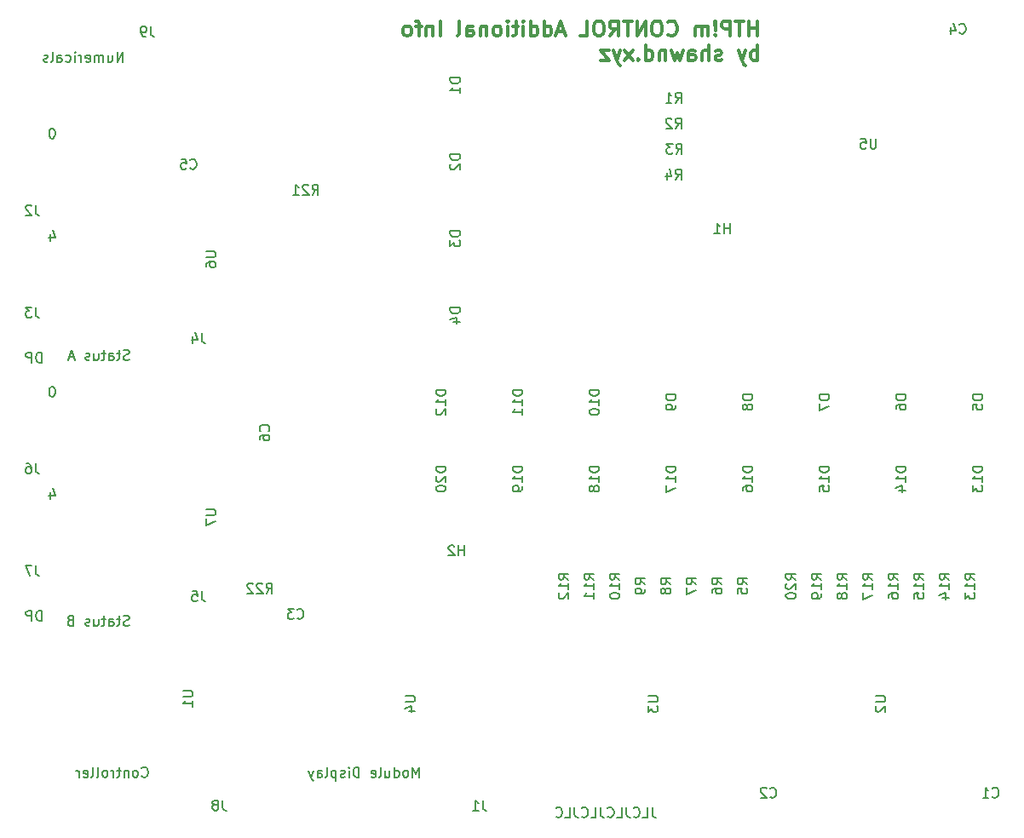
<source format=gbo>
%TF.GenerationSoftware,KiCad,Pcbnew,7.0.8*%
%TF.CreationDate,2023-10-15T17:50:00-07:00*%
%TF.ProjectId,htpm_control_additional_info,6874706d-5f63-46f6-9e74-726f6c5f6164,1*%
%TF.SameCoordinates,Original*%
%TF.FileFunction,Legend,Bot*%
%TF.FilePolarity,Positive*%
%FSLAX46Y46*%
G04 Gerber Fmt 4.6, Leading zero omitted, Abs format (unit mm)*
G04 Created by KiCad (PCBNEW 7.0.8) date 2023-10-15 17:50:00*
%MOMM*%
%LPD*%
G01*
G04 APERTURE LIST*
%ADD10C,0.150000*%
%ADD11C,0.300000*%
G04 APERTURE END LIST*
D10*
X157619506Y-128409819D02*
X157619506Y-129124104D01*
X157619506Y-129124104D02*
X157667125Y-129266961D01*
X157667125Y-129266961D02*
X157762363Y-129362200D01*
X157762363Y-129362200D02*
X157905220Y-129409819D01*
X157905220Y-129409819D02*
X158000458Y-129409819D01*
X156667125Y-129409819D02*
X157143315Y-129409819D01*
X157143315Y-129409819D02*
X157143315Y-128409819D01*
X155762363Y-129314580D02*
X155809982Y-129362200D01*
X155809982Y-129362200D02*
X155952839Y-129409819D01*
X155952839Y-129409819D02*
X156048077Y-129409819D01*
X156048077Y-129409819D02*
X156190934Y-129362200D01*
X156190934Y-129362200D02*
X156286172Y-129266961D01*
X156286172Y-129266961D02*
X156333791Y-129171723D01*
X156333791Y-129171723D02*
X156381410Y-128981247D01*
X156381410Y-128981247D02*
X156381410Y-128838390D01*
X156381410Y-128838390D02*
X156333791Y-128647914D01*
X156333791Y-128647914D02*
X156286172Y-128552676D01*
X156286172Y-128552676D02*
X156190934Y-128457438D01*
X156190934Y-128457438D02*
X156048077Y-128409819D01*
X156048077Y-128409819D02*
X155952839Y-128409819D01*
X155952839Y-128409819D02*
X155809982Y-128457438D01*
X155809982Y-128457438D02*
X155762363Y-128505057D01*
X155048077Y-128409819D02*
X155048077Y-129124104D01*
X155048077Y-129124104D02*
X155095696Y-129266961D01*
X155095696Y-129266961D02*
X155190934Y-129362200D01*
X155190934Y-129362200D02*
X155333791Y-129409819D01*
X155333791Y-129409819D02*
X155429029Y-129409819D01*
X154095696Y-129409819D02*
X154571886Y-129409819D01*
X154571886Y-129409819D02*
X154571886Y-128409819D01*
X153190934Y-129314580D02*
X153238553Y-129362200D01*
X153238553Y-129362200D02*
X153381410Y-129409819D01*
X153381410Y-129409819D02*
X153476648Y-129409819D01*
X153476648Y-129409819D02*
X153619505Y-129362200D01*
X153619505Y-129362200D02*
X153714743Y-129266961D01*
X153714743Y-129266961D02*
X153762362Y-129171723D01*
X153762362Y-129171723D02*
X153809981Y-128981247D01*
X153809981Y-128981247D02*
X153809981Y-128838390D01*
X153809981Y-128838390D02*
X153762362Y-128647914D01*
X153762362Y-128647914D02*
X153714743Y-128552676D01*
X153714743Y-128552676D02*
X153619505Y-128457438D01*
X153619505Y-128457438D02*
X153476648Y-128409819D01*
X153476648Y-128409819D02*
X153381410Y-128409819D01*
X153381410Y-128409819D02*
X153238553Y-128457438D01*
X153238553Y-128457438D02*
X153190934Y-128505057D01*
X152476648Y-128409819D02*
X152476648Y-129124104D01*
X152476648Y-129124104D02*
X152524267Y-129266961D01*
X152524267Y-129266961D02*
X152619505Y-129362200D01*
X152619505Y-129362200D02*
X152762362Y-129409819D01*
X152762362Y-129409819D02*
X152857600Y-129409819D01*
X151524267Y-129409819D02*
X152000457Y-129409819D01*
X152000457Y-129409819D02*
X152000457Y-128409819D01*
X150619505Y-129314580D02*
X150667124Y-129362200D01*
X150667124Y-129362200D02*
X150809981Y-129409819D01*
X150809981Y-129409819D02*
X150905219Y-129409819D01*
X150905219Y-129409819D02*
X151048076Y-129362200D01*
X151048076Y-129362200D02*
X151143314Y-129266961D01*
X151143314Y-129266961D02*
X151190933Y-129171723D01*
X151190933Y-129171723D02*
X151238552Y-128981247D01*
X151238552Y-128981247D02*
X151238552Y-128838390D01*
X151238552Y-128838390D02*
X151190933Y-128647914D01*
X151190933Y-128647914D02*
X151143314Y-128552676D01*
X151143314Y-128552676D02*
X151048076Y-128457438D01*
X151048076Y-128457438D02*
X150905219Y-128409819D01*
X150905219Y-128409819D02*
X150809981Y-128409819D01*
X150809981Y-128409819D02*
X150667124Y-128457438D01*
X150667124Y-128457438D02*
X150619505Y-128505057D01*
X149905219Y-128409819D02*
X149905219Y-129124104D01*
X149905219Y-129124104D02*
X149952838Y-129266961D01*
X149952838Y-129266961D02*
X150048076Y-129362200D01*
X150048076Y-129362200D02*
X150190933Y-129409819D01*
X150190933Y-129409819D02*
X150286171Y-129409819D01*
X148952838Y-129409819D02*
X149429028Y-129409819D01*
X149429028Y-129409819D02*
X149429028Y-128409819D01*
X148048076Y-129314580D02*
X148095695Y-129362200D01*
X148095695Y-129362200D02*
X148238552Y-129409819D01*
X148238552Y-129409819D02*
X148333790Y-129409819D01*
X148333790Y-129409819D02*
X148476647Y-129362200D01*
X148476647Y-129362200D02*
X148571885Y-129266961D01*
X148571885Y-129266961D02*
X148619504Y-129171723D01*
X148619504Y-129171723D02*
X148667123Y-128981247D01*
X148667123Y-128981247D02*
X148667123Y-128838390D01*
X148667123Y-128838390D02*
X148619504Y-128647914D01*
X148619504Y-128647914D02*
X148571885Y-128552676D01*
X148571885Y-128552676D02*
X148476647Y-128457438D01*
X148476647Y-128457438D02*
X148333790Y-128409819D01*
X148333790Y-128409819D02*
X148238552Y-128409819D01*
X148238552Y-128409819D02*
X148095695Y-128457438D01*
X148095695Y-128457438D02*
X148048076Y-128505057D01*
X98024744Y-60922819D02*
X97929506Y-60922819D01*
X97929506Y-60922819D02*
X97834268Y-60970438D01*
X97834268Y-60970438D02*
X97786649Y-61018057D01*
X97786649Y-61018057D02*
X97739030Y-61113295D01*
X97739030Y-61113295D02*
X97691411Y-61303771D01*
X97691411Y-61303771D02*
X97691411Y-61541866D01*
X97691411Y-61541866D02*
X97739030Y-61732342D01*
X97739030Y-61732342D02*
X97786649Y-61827580D01*
X97786649Y-61827580D02*
X97834268Y-61875200D01*
X97834268Y-61875200D02*
X97929506Y-61922819D01*
X97929506Y-61922819D02*
X98024744Y-61922819D01*
X98024744Y-61922819D02*
X98119982Y-61875200D01*
X98119982Y-61875200D02*
X98167601Y-61827580D01*
X98167601Y-61827580D02*
X98215220Y-61732342D01*
X98215220Y-61732342D02*
X98262839Y-61541866D01*
X98262839Y-61541866D02*
X98262839Y-61303771D01*
X98262839Y-61303771D02*
X98215220Y-61113295D01*
X98215220Y-61113295D02*
X98167601Y-61018057D01*
X98167601Y-61018057D02*
X98119982Y-60970438D01*
X98119982Y-60970438D02*
X98024744Y-60922819D01*
D11*
X168101489Y-51741828D02*
X168101489Y-50241828D01*
X168101489Y-50956114D02*
X167244346Y-50956114D01*
X167244346Y-51741828D02*
X167244346Y-50241828D01*
X166744345Y-50241828D02*
X165887203Y-50241828D01*
X166315774Y-51741828D02*
X166315774Y-50241828D01*
X165387203Y-51741828D02*
X165387203Y-50241828D01*
X165387203Y-50241828D02*
X164815774Y-50241828D01*
X164815774Y-50241828D02*
X164672917Y-50313257D01*
X164672917Y-50313257D02*
X164601488Y-50384685D01*
X164601488Y-50384685D02*
X164530060Y-50527542D01*
X164530060Y-50527542D02*
X164530060Y-50741828D01*
X164530060Y-50741828D02*
X164601488Y-50884685D01*
X164601488Y-50884685D02*
X164672917Y-50956114D01*
X164672917Y-50956114D02*
X164815774Y-51027542D01*
X164815774Y-51027542D02*
X165387203Y-51027542D01*
X163887203Y-51598971D02*
X163815774Y-51670400D01*
X163815774Y-51670400D02*
X163887203Y-51741828D01*
X163887203Y-51741828D02*
X163958631Y-51670400D01*
X163958631Y-51670400D02*
X163887203Y-51598971D01*
X163887203Y-51598971D02*
X163887203Y-51741828D01*
X163887203Y-51170400D02*
X163958631Y-50313257D01*
X163958631Y-50313257D02*
X163887203Y-50241828D01*
X163887203Y-50241828D02*
X163815774Y-50313257D01*
X163815774Y-50313257D02*
X163887203Y-51170400D01*
X163887203Y-51170400D02*
X163887203Y-50241828D01*
X163172917Y-51741828D02*
X163172917Y-50741828D01*
X163172917Y-50884685D02*
X163101488Y-50813257D01*
X163101488Y-50813257D02*
X162958631Y-50741828D01*
X162958631Y-50741828D02*
X162744345Y-50741828D01*
X162744345Y-50741828D02*
X162601488Y-50813257D01*
X162601488Y-50813257D02*
X162530060Y-50956114D01*
X162530060Y-50956114D02*
X162530060Y-51741828D01*
X162530060Y-50956114D02*
X162458631Y-50813257D01*
X162458631Y-50813257D02*
X162315774Y-50741828D01*
X162315774Y-50741828D02*
X162101488Y-50741828D01*
X162101488Y-50741828D02*
X161958631Y-50813257D01*
X161958631Y-50813257D02*
X161887202Y-50956114D01*
X161887202Y-50956114D02*
X161887202Y-51741828D01*
X159172917Y-51598971D02*
X159244345Y-51670400D01*
X159244345Y-51670400D02*
X159458631Y-51741828D01*
X159458631Y-51741828D02*
X159601488Y-51741828D01*
X159601488Y-51741828D02*
X159815774Y-51670400D01*
X159815774Y-51670400D02*
X159958631Y-51527542D01*
X159958631Y-51527542D02*
X160030060Y-51384685D01*
X160030060Y-51384685D02*
X160101488Y-51098971D01*
X160101488Y-51098971D02*
X160101488Y-50884685D01*
X160101488Y-50884685D02*
X160030060Y-50598971D01*
X160030060Y-50598971D02*
X159958631Y-50456114D01*
X159958631Y-50456114D02*
X159815774Y-50313257D01*
X159815774Y-50313257D02*
X159601488Y-50241828D01*
X159601488Y-50241828D02*
X159458631Y-50241828D01*
X159458631Y-50241828D02*
X159244345Y-50313257D01*
X159244345Y-50313257D02*
X159172917Y-50384685D01*
X158244345Y-50241828D02*
X157958631Y-50241828D01*
X157958631Y-50241828D02*
X157815774Y-50313257D01*
X157815774Y-50313257D02*
X157672917Y-50456114D01*
X157672917Y-50456114D02*
X157601488Y-50741828D01*
X157601488Y-50741828D02*
X157601488Y-51241828D01*
X157601488Y-51241828D02*
X157672917Y-51527542D01*
X157672917Y-51527542D02*
X157815774Y-51670400D01*
X157815774Y-51670400D02*
X157958631Y-51741828D01*
X157958631Y-51741828D02*
X158244345Y-51741828D01*
X158244345Y-51741828D02*
X158387203Y-51670400D01*
X158387203Y-51670400D02*
X158530060Y-51527542D01*
X158530060Y-51527542D02*
X158601488Y-51241828D01*
X158601488Y-51241828D02*
X158601488Y-50741828D01*
X158601488Y-50741828D02*
X158530060Y-50456114D01*
X158530060Y-50456114D02*
X158387203Y-50313257D01*
X158387203Y-50313257D02*
X158244345Y-50241828D01*
X156958631Y-51741828D02*
X156958631Y-50241828D01*
X156958631Y-50241828D02*
X156101488Y-51741828D01*
X156101488Y-51741828D02*
X156101488Y-50241828D01*
X155601487Y-50241828D02*
X154744345Y-50241828D01*
X155172916Y-51741828D02*
X155172916Y-50241828D01*
X153387202Y-51741828D02*
X153887202Y-51027542D01*
X154244345Y-51741828D02*
X154244345Y-50241828D01*
X154244345Y-50241828D02*
X153672916Y-50241828D01*
X153672916Y-50241828D02*
X153530059Y-50313257D01*
X153530059Y-50313257D02*
X153458630Y-50384685D01*
X153458630Y-50384685D02*
X153387202Y-50527542D01*
X153387202Y-50527542D02*
X153387202Y-50741828D01*
X153387202Y-50741828D02*
X153458630Y-50884685D01*
X153458630Y-50884685D02*
X153530059Y-50956114D01*
X153530059Y-50956114D02*
X153672916Y-51027542D01*
X153672916Y-51027542D02*
X154244345Y-51027542D01*
X152458630Y-50241828D02*
X152172916Y-50241828D01*
X152172916Y-50241828D02*
X152030059Y-50313257D01*
X152030059Y-50313257D02*
X151887202Y-50456114D01*
X151887202Y-50456114D02*
X151815773Y-50741828D01*
X151815773Y-50741828D02*
X151815773Y-51241828D01*
X151815773Y-51241828D02*
X151887202Y-51527542D01*
X151887202Y-51527542D02*
X152030059Y-51670400D01*
X152030059Y-51670400D02*
X152172916Y-51741828D01*
X152172916Y-51741828D02*
X152458630Y-51741828D01*
X152458630Y-51741828D02*
X152601488Y-51670400D01*
X152601488Y-51670400D02*
X152744345Y-51527542D01*
X152744345Y-51527542D02*
X152815773Y-51241828D01*
X152815773Y-51241828D02*
X152815773Y-50741828D01*
X152815773Y-50741828D02*
X152744345Y-50456114D01*
X152744345Y-50456114D02*
X152601488Y-50313257D01*
X152601488Y-50313257D02*
X152458630Y-50241828D01*
X150458630Y-51741828D02*
X151172916Y-51741828D01*
X151172916Y-51741828D02*
X151172916Y-50241828D01*
X148887201Y-51313257D02*
X148172916Y-51313257D01*
X149030058Y-51741828D02*
X148530058Y-50241828D01*
X148530058Y-50241828D02*
X148030058Y-51741828D01*
X146887202Y-51741828D02*
X146887202Y-50241828D01*
X146887202Y-51670400D02*
X147030059Y-51741828D01*
X147030059Y-51741828D02*
X147315773Y-51741828D01*
X147315773Y-51741828D02*
X147458630Y-51670400D01*
X147458630Y-51670400D02*
X147530059Y-51598971D01*
X147530059Y-51598971D02*
X147601487Y-51456114D01*
X147601487Y-51456114D02*
X147601487Y-51027542D01*
X147601487Y-51027542D02*
X147530059Y-50884685D01*
X147530059Y-50884685D02*
X147458630Y-50813257D01*
X147458630Y-50813257D02*
X147315773Y-50741828D01*
X147315773Y-50741828D02*
X147030059Y-50741828D01*
X147030059Y-50741828D02*
X146887202Y-50813257D01*
X145530059Y-51741828D02*
X145530059Y-50241828D01*
X145530059Y-51670400D02*
X145672916Y-51741828D01*
X145672916Y-51741828D02*
X145958630Y-51741828D01*
X145958630Y-51741828D02*
X146101487Y-51670400D01*
X146101487Y-51670400D02*
X146172916Y-51598971D01*
X146172916Y-51598971D02*
X146244344Y-51456114D01*
X146244344Y-51456114D02*
X146244344Y-51027542D01*
X146244344Y-51027542D02*
X146172916Y-50884685D01*
X146172916Y-50884685D02*
X146101487Y-50813257D01*
X146101487Y-50813257D02*
X145958630Y-50741828D01*
X145958630Y-50741828D02*
X145672916Y-50741828D01*
X145672916Y-50741828D02*
X145530059Y-50813257D01*
X144815773Y-51741828D02*
X144815773Y-50741828D01*
X144815773Y-50241828D02*
X144887201Y-50313257D01*
X144887201Y-50313257D02*
X144815773Y-50384685D01*
X144815773Y-50384685D02*
X144744344Y-50313257D01*
X144744344Y-50313257D02*
X144815773Y-50241828D01*
X144815773Y-50241828D02*
X144815773Y-50384685D01*
X144315772Y-50741828D02*
X143744344Y-50741828D01*
X144101487Y-50241828D02*
X144101487Y-51527542D01*
X144101487Y-51527542D02*
X144030058Y-51670400D01*
X144030058Y-51670400D02*
X143887201Y-51741828D01*
X143887201Y-51741828D02*
X143744344Y-51741828D01*
X143244344Y-51741828D02*
X143244344Y-50741828D01*
X143244344Y-50241828D02*
X143315772Y-50313257D01*
X143315772Y-50313257D02*
X143244344Y-50384685D01*
X143244344Y-50384685D02*
X143172915Y-50313257D01*
X143172915Y-50313257D02*
X143244344Y-50241828D01*
X143244344Y-50241828D02*
X143244344Y-50384685D01*
X142315772Y-51741828D02*
X142458629Y-51670400D01*
X142458629Y-51670400D02*
X142530058Y-51598971D01*
X142530058Y-51598971D02*
X142601486Y-51456114D01*
X142601486Y-51456114D02*
X142601486Y-51027542D01*
X142601486Y-51027542D02*
X142530058Y-50884685D01*
X142530058Y-50884685D02*
X142458629Y-50813257D01*
X142458629Y-50813257D02*
X142315772Y-50741828D01*
X142315772Y-50741828D02*
X142101486Y-50741828D01*
X142101486Y-50741828D02*
X141958629Y-50813257D01*
X141958629Y-50813257D02*
X141887201Y-50884685D01*
X141887201Y-50884685D02*
X141815772Y-51027542D01*
X141815772Y-51027542D02*
X141815772Y-51456114D01*
X141815772Y-51456114D02*
X141887201Y-51598971D01*
X141887201Y-51598971D02*
X141958629Y-51670400D01*
X141958629Y-51670400D02*
X142101486Y-51741828D01*
X142101486Y-51741828D02*
X142315772Y-51741828D01*
X141172915Y-50741828D02*
X141172915Y-51741828D01*
X141172915Y-50884685D02*
X141101486Y-50813257D01*
X141101486Y-50813257D02*
X140958629Y-50741828D01*
X140958629Y-50741828D02*
X140744343Y-50741828D01*
X140744343Y-50741828D02*
X140601486Y-50813257D01*
X140601486Y-50813257D02*
X140530058Y-50956114D01*
X140530058Y-50956114D02*
X140530058Y-51741828D01*
X139172915Y-51741828D02*
X139172915Y-50956114D01*
X139172915Y-50956114D02*
X139244343Y-50813257D01*
X139244343Y-50813257D02*
X139387200Y-50741828D01*
X139387200Y-50741828D02*
X139672915Y-50741828D01*
X139672915Y-50741828D02*
X139815772Y-50813257D01*
X139172915Y-51670400D02*
X139315772Y-51741828D01*
X139315772Y-51741828D02*
X139672915Y-51741828D01*
X139672915Y-51741828D02*
X139815772Y-51670400D01*
X139815772Y-51670400D02*
X139887200Y-51527542D01*
X139887200Y-51527542D02*
X139887200Y-51384685D01*
X139887200Y-51384685D02*
X139815772Y-51241828D01*
X139815772Y-51241828D02*
X139672915Y-51170400D01*
X139672915Y-51170400D02*
X139315772Y-51170400D01*
X139315772Y-51170400D02*
X139172915Y-51098971D01*
X138244343Y-51741828D02*
X138387200Y-51670400D01*
X138387200Y-51670400D02*
X138458629Y-51527542D01*
X138458629Y-51527542D02*
X138458629Y-50241828D01*
X136530058Y-51741828D02*
X136530058Y-50241828D01*
X135815772Y-50741828D02*
X135815772Y-51741828D01*
X135815772Y-50884685D02*
X135744343Y-50813257D01*
X135744343Y-50813257D02*
X135601486Y-50741828D01*
X135601486Y-50741828D02*
X135387200Y-50741828D01*
X135387200Y-50741828D02*
X135244343Y-50813257D01*
X135244343Y-50813257D02*
X135172915Y-50956114D01*
X135172915Y-50956114D02*
X135172915Y-51741828D01*
X134672914Y-50741828D02*
X134101486Y-50741828D01*
X134458629Y-51741828D02*
X134458629Y-50456114D01*
X134458629Y-50456114D02*
X134387200Y-50313257D01*
X134387200Y-50313257D02*
X134244343Y-50241828D01*
X134244343Y-50241828D02*
X134101486Y-50241828D01*
X133387200Y-51741828D02*
X133530057Y-51670400D01*
X133530057Y-51670400D02*
X133601486Y-51598971D01*
X133601486Y-51598971D02*
X133672914Y-51456114D01*
X133672914Y-51456114D02*
X133672914Y-51027542D01*
X133672914Y-51027542D02*
X133601486Y-50884685D01*
X133601486Y-50884685D02*
X133530057Y-50813257D01*
X133530057Y-50813257D02*
X133387200Y-50741828D01*
X133387200Y-50741828D02*
X133172914Y-50741828D01*
X133172914Y-50741828D02*
X133030057Y-50813257D01*
X133030057Y-50813257D02*
X132958629Y-50884685D01*
X132958629Y-50884685D02*
X132887200Y-51027542D01*
X132887200Y-51027542D02*
X132887200Y-51456114D01*
X132887200Y-51456114D02*
X132958629Y-51598971D01*
X132958629Y-51598971D02*
X133030057Y-51670400D01*
X133030057Y-51670400D02*
X133172914Y-51741828D01*
X133172914Y-51741828D02*
X133387200Y-51741828D01*
X168101489Y-54156828D02*
X168101489Y-52656828D01*
X168101489Y-53228257D02*
X167958632Y-53156828D01*
X167958632Y-53156828D02*
X167672917Y-53156828D01*
X167672917Y-53156828D02*
X167530060Y-53228257D01*
X167530060Y-53228257D02*
X167458632Y-53299685D01*
X167458632Y-53299685D02*
X167387203Y-53442542D01*
X167387203Y-53442542D02*
X167387203Y-53871114D01*
X167387203Y-53871114D02*
X167458632Y-54013971D01*
X167458632Y-54013971D02*
X167530060Y-54085400D01*
X167530060Y-54085400D02*
X167672917Y-54156828D01*
X167672917Y-54156828D02*
X167958632Y-54156828D01*
X167958632Y-54156828D02*
X168101489Y-54085400D01*
X166887203Y-53156828D02*
X166530060Y-54156828D01*
X166172917Y-53156828D02*
X166530060Y-54156828D01*
X166530060Y-54156828D02*
X166672917Y-54513971D01*
X166672917Y-54513971D02*
X166744346Y-54585400D01*
X166744346Y-54585400D02*
X166887203Y-54656828D01*
X164530060Y-54085400D02*
X164387203Y-54156828D01*
X164387203Y-54156828D02*
X164101489Y-54156828D01*
X164101489Y-54156828D02*
X163958632Y-54085400D01*
X163958632Y-54085400D02*
X163887203Y-53942542D01*
X163887203Y-53942542D02*
X163887203Y-53871114D01*
X163887203Y-53871114D02*
X163958632Y-53728257D01*
X163958632Y-53728257D02*
X164101489Y-53656828D01*
X164101489Y-53656828D02*
X164315775Y-53656828D01*
X164315775Y-53656828D02*
X164458632Y-53585400D01*
X164458632Y-53585400D02*
X164530060Y-53442542D01*
X164530060Y-53442542D02*
X164530060Y-53371114D01*
X164530060Y-53371114D02*
X164458632Y-53228257D01*
X164458632Y-53228257D02*
X164315775Y-53156828D01*
X164315775Y-53156828D02*
X164101489Y-53156828D01*
X164101489Y-53156828D02*
X163958632Y-53228257D01*
X163244346Y-54156828D02*
X163244346Y-52656828D01*
X162601489Y-54156828D02*
X162601489Y-53371114D01*
X162601489Y-53371114D02*
X162672917Y-53228257D01*
X162672917Y-53228257D02*
X162815774Y-53156828D01*
X162815774Y-53156828D02*
X163030060Y-53156828D01*
X163030060Y-53156828D02*
X163172917Y-53228257D01*
X163172917Y-53228257D02*
X163244346Y-53299685D01*
X161244346Y-54156828D02*
X161244346Y-53371114D01*
X161244346Y-53371114D02*
X161315774Y-53228257D01*
X161315774Y-53228257D02*
X161458631Y-53156828D01*
X161458631Y-53156828D02*
X161744346Y-53156828D01*
X161744346Y-53156828D02*
X161887203Y-53228257D01*
X161244346Y-54085400D02*
X161387203Y-54156828D01*
X161387203Y-54156828D02*
X161744346Y-54156828D01*
X161744346Y-54156828D02*
X161887203Y-54085400D01*
X161887203Y-54085400D02*
X161958631Y-53942542D01*
X161958631Y-53942542D02*
X161958631Y-53799685D01*
X161958631Y-53799685D02*
X161887203Y-53656828D01*
X161887203Y-53656828D02*
X161744346Y-53585400D01*
X161744346Y-53585400D02*
X161387203Y-53585400D01*
X161387203Y-53585400D02*
X161244346Y-53513971D01*
X160672917Y-53156828D02*
X160387203Y-54156828D01*
X160387203Y-54156828D02*
X160101488Y-53442542D01*
X160101488Y-53442542D02*
X159815774Y-54156828D01*
X159815774Y-54156828D02*
X159530060Y-53156828D01*
X158958631Y-53156828D02*
X158958631Y-54156828D01*
X158958631Y-53299685D02*
X158887202Y-53228257D01*
X158887202Y-53228257D02*
X158744345Y-53156828D01*
X158744345Y-53156828D02*
X158530059Y-53156828D01*
X158530059Y-53156828D02*
X158387202Y-53228257D01*
X158387202Y-53228257D02*
X158315774Y-53371114D01*
X158315774Y-53371114D02*
X158315774Y-54156828D01*
X156958631Y-54156828D02*
X156958631Y-52656828D01*
X156958631Y-54085400D02*
X157101488Y-54156828D01*
X157101488Y-54156828D02*
X157387202Y-54156828D01*
X157387202Y-54156828D02*
X157530059Y-54085400D01*
X157530059Y-54085400D02*
X157601488Y-54013971D01*
X157601488Y-54013971D02*
X157672916Y-53871114D01*
X157672916Y-53871114D02*
X157672916Y-53442542D01*
X157672916Y-53442542D02*
X157601488Y-53299685D01*
X157601488Y-53299685D02*
X157530059Y-53228257D01*
X157530059Y-53228257D02*
X157387202Y-53156828D01*
X157387202Y-53156828D02*
X157101488Y-53156828D01*
X157101488Y-53156828D02*
X156958631Y-53228257D01*
X156244345Y-54013971D02*
X156172916Y-54085400D01*
X156172916Y-54085400D02*
X156244345Y-54156828D01*
X156244345Y-54156828D02*
X156315773Y-54085400D01*
X156315773Y-54085400D02*
X156244345Y-54013971D01*
X156244345Y-54013971D02*
X156244345Y-54156828D01*
X155672916Y-54156828D02*
X154887202Y-53156828D01*
X155672916Y-53156828D02*
X154887202Y-54156828D01*
X154458630Y-53156828D02*
X154101487Y-54156828D01*
X153744344Y-53156828D02*
X154101487Y-54156828D01*
X154101487Y-54156828D02*
X154244344Y-54513971D01*
X154244344Y-54513971D02*
X154315773Y-54585400D01*
X154315773Y-54585400D02*
X154458630Y-54656828D01*
X153315773Y-53156828D02*
X152530059Y-53156828D01*
X152530059Y-53156828D02*
X153315773Y-54156828D01*
X153315773Y-54156828D02*
X152530059Y-54156828D01*
D10*
X106886763Y-125327580D02*
X106934382Y-125375200D01*
X106934382Y-125375200D02*
X107077239Y-125422819D01*
X107077239Y-125422819D02*
X107172477Y-125422819D01*
X107172477Y-125422819D02*
X107315334Y-125375200D01*
X107315334Y-125375200D02*
X107410572Y-125279961D01*
X107410572Y-125279961D02*
X107458191Y-125184723D01*
X107458191Y-125184723D02*
X107505810Y-124994247D01*
X107505810Y-124994247D02*
X107505810Y-124851390D01*
X107505810Y-124851390D02*
X107458191Y-124660914D01*
X107458191Y-124660914D02*
X107410572Y-124565676D01*
X107410572Y-124565676D02*
X107315334Y-124470438D01*
X107315334Y-124470438D02*
X107172477Y-124422819D01*
X107172477Y-124422819D02*
X107077239Y-124422819D01*
X107077239Y-124422819D02*
X106934382Y-124470438D01*
X106934382Y-124470438D02*
X106886763Y-124518057D01*
X106315334Y-125422819D02*
X106410572Y-125375200D01*
X106410572Y-125375200D02*
X106458191Y-125327580D01*
X106458191Y-125327580D02*
X106505810Y-125232342D01*
X106505810Y-125232342D02*
X106505810Y-124946628D01*
X106505810Y-124946628D02*
X106458191Y-124851390D01*
X106458191Y-124851390D02*
X106410572Y-124803771D01*
X106410572Y-124803771D02*
X106315334Y-124756152D01*
X106315334Y-124756152D02*
X106172477Y-124756152D01*
X106172477Y-124756152D02*
X106077239Y-124803771D01*
X106077239Y-124803771D02*
X106029620Y-124851390D01*
X106029620Y-124851390D02*
X105982001Y-124946628D01*
X105982001Y-124946628D02*
X105982001Y-125232342D01*
X105982001Y-125232342D02*
X106029620Y-125327580D01*
X106029620Y-125327580D02*
X106077239Y-125375200D01*
X106077239Y-125375200D02*
X106172477Y-125422819D01*
X106172477Y-125422819D02*
X106315334Y-125422819D01*
X105553429Y-124756152D02*
X105553429Y-125422819D01*
X105553429Y-124851390D02*
X105505810Y-124803771D01*
X105505810Y-124803771D02*
X105410572Y-124756152D01*
X105410572Y-124756152D02*
X105267715Y-124756152D01*
X105267715Y-124756152D02*
X105172477Y-124803771D01*
X105172477Y-124803771D02*
X105124858Y-124899009D01*
X105124858Y-124899009D02*
X105124858Y-125422819D01*
X104791524Y-124756152D02*
X104410572Y-124756152D01*
X104648667Y-124422819D02*
X104648667Y-125279961D01*
X104648667Y-125279961D02*
X104601048Y-125375200D01*
X104601048Y-125375200D02*
X104505810Y-125422819D01*
X104505810Y-125422819D02*
X104410572Y-125422819D01*
X104077238Y-125422819D02*
X104077238Y-124756152D01*
X104077238Y-124946628D02*
X104029619Y-124851390D01*
X104029619Y-124851390D02*
X103982000Y-124803771D01*
X103982000Y-124803771D02*
X103886762Y-124756152D01*
X103886762Y-124756152D02*
X103791524Y-124756152D01*
X103315333Y-125422819D02*
X103410571Y-125375200D01*
X103410571Y-125375200D02*
X103458190Y-125327580D01*
X103458190Y-125327580D02*
X103505809Y-125232342D01*
X103505809Y-125232342D02*
X103505809Y-124946628D01*
X103505809Y-124946628D02*
X103458190Y-124851390D01*
X103458190Y-124851390D02*
X103410571Y-124803771D01*
X103410571Y-124803771D02*
X103315333Y-124756152D01*
X103315333Y-124756152D02*
X103172476Y-124756152D01*
X103172476Y-124756152D02*
X103077238Y-124803771D01*
X103077238Y-124803771D02*
X103029619Y-124851390D01*
X103029619Y-124851390D02*
X102982000Y-124946628D01*
X102982000Y-124946628D02*
X102982000Y-125232342D01*
X102982000Y-125232342D02*
X103029619Y-125327580D01*
X103029619Y-125327580D02*
X103077238Y-125375200D01*
X103077238Y-125375200D02*
X103172476Y-125422819D01*
X103172476Y-125422819D02*
X103315333Y-125422819D01*
X102410571Y-125422819D02*
X102505809Y-125375200D01*
X102505809Y-125375200D02*
X102553428Y-125279961D01*
X102553428Y-125279961D02*
X102553428Y-124422819D01*
X101886761Y-125422819D02*
X101981999Y-125375200D01*
X101981999Y-125375200D02*
X102029618Y-125279961D01*
X102029618Y-125279961D02*
X102029618Y-124422819D01*
X101124856Y-125375200D02*
X101220094Y-125422819D01*
X101220094Y-125422819D02*
X101410570Y-125422819D01*
X101410570Y-125422819D02*
X101505808Y-125375200D01*
X101505808Y-125375200D02*
X101553427Y-125279961D01*
X101553427Y-125279961D02*
X101553427Y-124899009D01*
X101553427Y-124899009D02*
X101505808Y-124803771D01*
X101505808Y-124803771D02*
X101410570Y-124756152D01*
X101410570Y-124756152D02*
X101220094Y-124756152D01*
X101220094Y-124756152D02*
X101124856Y-124803771D01*
X101124856Y-124803771D02*
X101077237Y-124899009D01*
X101077237Y-124899009D02*
X101077237Y-124994247D01*
X101077237Y-124994247D02*
X101553427Y-125089485D01*
X100648665Y-125422819D02*
X100648665Y-124756152D01*
X100648665Y-124946628D02*
X100601046Y-124851390D01*
X100601046Y-124851390D02*
X100553427Y-124803771D01*
X100553427Y-124803771D02*
X100458189Y-124756152D01*
X100458189Y-124756152D02*
X100362951Y-124756152D01*
X134484381Y-125422819D02*
X134484381Y-124422819D01*
X134484381Y-124422819D02*
X134151048Y-125137104D01*
X134151048Y-125137104D02*
X133817715Y-124422819D01*
X133817715Y-124422819D02*
X133817715Y-125422819D01*
X133198667Y-125422819D02*
X133293905Y-125375200D01*
X133293905Y-125375200D02*
X133341524Y-125327580D01*
X133341524Y-125327580D02*
X133389143Y-125232342D01*
X133389143Y-125232342D02*
X133389143Y-124946628D01*
X133389143Y-124946628D02*
X133341524Y-124851390D01*
X133341524Y-124851390D02*
X133293905Y-124803771D01*
X133293905Y-124803771D02*
X133198667Y-124756152D01*
X133198667Y-124756152D02*
X133055810Y-124756152D01*
X133055810Y-124756152D02*
X132960572Y-124803771D01*
X132960572Y-124803771D02*
X132912953Y-124851390D01*
X132912953Y-124851390D02*
X132865334Y-124946628D01*
X132865334Y-124946628D02*
X132865334Y-125232342D01*
X132865334Y-125232342D02*
X132912953Y-125327580D01*
X132912953Y-125327580D02*
X132960572Y-125375200D01*
X132960572Y-125375200D02*
X133055810Y-125422819D01*
X133055810Y-125422819D02*
X133198667Y-125422819D01*
X132008191Y-125422819D02*
X132008191Y-124422819D01*
X132008191Y-125375200D02*
X132103429Y-125422819D01*
X132103429Y-125422819D02*
X132293905Y-125422819D01*
X132293905Y-125422819D02*
X132389143Y-125375200D01*
X132389143Y-125375200D02*
X132436762Y-125327580D01*
X132436762Y-125327580D02*
X132484381Y-125232342D01*
X132484381Y-125232342D02*
X132484381Y-124946628D01*
X132484381Y-124946628D02*
X132436762Y-124851390D01*
X132436762Y-124851390D02*
X132389143Y-124803771D01*
X132389143Y-124803771D02*
X132293905Y-124756152D01*
X132293905Y-124756152D02*
X132103429Y-124756152D01*
X132103429Y-124756152D02*
X132008191Y-124803771D01*
X131103429Y-124756152D02*
X131103429Y-125422819D01*
X131532000Y-124756152D02*
X131532000Y-125279961D01*
X131532000Y-125279961D02*
X131484381Y-125375200D01*
X131484381Y-125375200D02*
X131389143Y-125422819D01*
X131389143Y-125422819D02*
X131246286Y-125422819D01*
X131246286Y-125422819D02*
X131151048Y-125375200D01*
X131151048Y-125375200D02*
X131103429Y-125327580D01*
X130484381Y-125422819D02*
X130579619Y-125375200D01*
X130579619Y-125375200D02*
X130627238Y-125279961D01*
X130627238Y-125279961D02*
X130627238Y-124422819D01*
X129722476Y-125375200D02*
X129817714Y-125422819D01*
X129817714Y-125422819D02*
X130008190Y-125422819D01*
X130008190Y-125422819D02*
X130103428Y-125375200D01*
X130103428Y-125375200D02*
X130151047Y-125279961D01*
X130151047Y-125279961D02*
X130151047Y-124899009D01*
X130151047Y-124899009D02*
X130103428Y-124803771D01*
X130103428Y-124803771D02*
X130008190Y-124756152D01*
X130008190Y-124756152D02*
X129817714Y-124756152D01*
X129817714Y-124756152D02*
X129722476Y-124803771D01*
X129722476Y-124803771D02*
X129674857Y-124899009D01*
X129674857Y-124899009D02*
X129674857Y-124994247D01*
X129674857Y-124994247D02*
X130151047Y-125089485D01*
X128484380Y-125422819D02*
X128484380Y-124422819D01*
X128484380Y-124422819D02*
X128246285Y-124422819D01*
X128246285Y-124422819D02*
X128103428Y-124470438D01*
X128103428Y-124470438D02*
X128008190Y-124565676D01*
X128008190Y-124565676D02*
X127960571Y-124660914D01*
X127960571Y-124660914D02*
X127912952Y-124851390D01*
X127912952Y-124851390D02*
X127912952Y-124994247D01*
X127912952Y-124994247D02*
X127960571Y-125184723D01*
X127960571Y-125184723D02*
X128008190Y-125279961D01*
X128008190Y-125279961D02*
X128103428Y-125375200D01*
X128103428Y-125375200D02*
X128246285Y-125422819D01*
X128246285Y-125422819D02*
X128484380Y-125422819D01*
X127484380Y-125422819D02*
X127484380Y-124756152D01*
X127484380Y-124422819D02*
X127531999Y-124470438D01*
X127531999Y-124470438D02*
X127484380Y-124518057D01*
X127484380Y-124518057D02*
X127436761Y-124470438D01*
X127436761Y-124470438D02*
X127484380Y-124422819D01*
X127484380Y-124422819D02*
X127484380Y-124518057D01*
X127055809Y-125375200D02*
X126960571Y-125422819D01*
X126960571Y-125422819D02*
X126770095Y-125422819D01*
X126770095Y-125422819D02*
X126674857Y-125375200D01*
X126674857Y-125375200D02*
X126627238Y-125279961D01*
X126627238Y-125279961D02*
X126627238Y-125232342D01*
X126627238Y-125232342D02*
X126674857Y-125137104D01*
X126674857Y-125137104D02*
X126770095Y-125089485D01*
X126770095Y-125089485D02*
X126912952Y-125089485D01*
X126912952Y-125089485D02*
X127008190Y-125041866D01*
X127008190Y-125041866D02*
X127055809Y-124946628D01*
X127055809Y-124946628D02*
X127055809Y-124899009D01*
X127055809Y-124899009D02*
X127008190Y-124803771D01*
X127008190Y-124803771D02*
X126912952Y-124756152D01*
X126912952Y-124756152D02*
X126770095Y-124756152D01*
X126770095Y-124756152D02*
X126674857Y-124803771D01*
X126198666Y-124756152D02*
X126198666Y-125756152D01*
X126198666Y-124803771D02*
X126103428Y-124756152D01*
X126103428Y-124756152D02*
X125912952Y-124756152D01*
X125912952Y-124756152D02*
X125817714Y-124803771D01*
X125817714Y-124803771D02*
X125770095Y-124851390D01*
X125770095Y-124851390D02*
X125722476Y-124946628D01*
X125722476Y-124946628D02*
X125722476Y-125232342D01*
X125722476Y-125232342D02*
X125770095Y-125327580D01*
X125770095Y-125327580D02*
X125817714Y-125375200D01*
X125817714Y-125375200D02*
X125912952Y-125422819D01*
X125912952Y-125422819D02*
X126103428Y-125422819D01*
X126103428Y-125422819D02*
X126198666Y-125375200D01*
X125151047Y-125422819D02*
X125246285Y-125375200D01*
X125246285Y-125375200D02*
X125293904Y-125279961D01*
X125293904Y-125279961D02*
X125293904Y-124422819D01*
X124341523Y-125422819D02*
X124341523Y-124899009D01*
X124341523Y-124899009D02*
X124389142Y-124803771D01*
X124389142Y-124803771D02*
X124484380Y-124756152D01*
X124484380Y-124756152D02*
X124674856Y-124756152D01*
X124674856Y-124756152D02*
X124770094Y-124803771D01*
X124341523Y-125375200D02*
X124436761Y-125422819D01*
X124436761Y-125422819D02*
X124674856Y-125422819D01*
X124674856Y-125422819D02*
X124770094Y-125375200D01*
X124770094Y-125375200D02*
X124817713Y-125279961D01*
X124817713Y-125279961D02*
X124817713Y-125184723D01*
X124817713Y-125184723D02*
X124770094Y-125089485D01*
X124770094Y-125089485D02*
X124674856Y-125041866D01*
X124674856Y-125041866D02*
X124436761Y-125041866D01*
X124436761Y-125041866D02*
X124341523Y-124994247D01*
X123960570Y-124756152D02*
X123722475Y-125422819D01*
X123484380Y-124756152D02*
X123722475Y-125422819D01*
X123722475Y-125422819D02*
X123817713Y-125660914D01*
X123817713Y-125660914D02*
X123865332Y-125708533D01*
X123865332Y-125708533D02*
X123960570Y-125756152D01*
X97786649Y-97086152D02*
X97786649Y-97752819D01*
X98024744Y-96705200D02*
X98262839Y-97419485D01*
X98262839Y-97419485D02*
X97643792Y-97419485D01*
X97786649Y-71416152D02*
X97786649Y-72082819D01*
X98024744Y-71035200D02*
X98262839Y-71749485D01*
X98262839Y-71749485D02*
X97643792Y-71749485D01*
X105020571Y-54302819D02*
X105020571Y-53302819D01*
X105020571Y-53302819D02*
X104449143Y-54302819D01*
X104449143Y-54302819D02*
X104449143Y-53302819D01*
X103544381Y-53636152D02*
X103544381Y-54302819D01*
X103972952Y-53636152D02*
X103972952Y-54159961D01*
X103972952Y-54159961D02*
X103925333Y-54255200D01*
X103925333Y-54255200D02*
X103830095Y-54302819D01*
X103830095Y-54302819D02*
X103687238Y-54302819D01*
X103687238Y-54302819D02*
X103592000Y-54255200D01*
X103592000Y-54255200D02*
X103544381Y-54207580D01*
X103068190Y-54302819D02*
X103068190Y-53636152D01*
X103068190Y-53731390D02*
X103020571Y-53683771D01*
X103020571Y-53683771D02*
X102925333Y-53636152D01*
X102925333Y-53636152D02*
X102782476Y-53636152D01*
X102782476Y-53636152D02*
X102687238Y-53683771D01*
X102687238Y-53683771D02*
X102639619Y-53779009D01*
X102639619Y-53779009D02*
X102639619Y-54302819D01*
X102639619Y-53779009D02*
X102592000Y-53683771D01*
X102592000Y-53683771D02*
X102496762Y-53636152D01*
X102496762Y-53636152D02*
X102353905Y-53636152D01*
X102353905Y-53636152D02*
X102258666Y-53683771D01*
X102258666Y-53683771D02*
X102211047Y-53779009D01*
X102211047Y-53779009D02*
X102211047Y-54302819D01*
X101353905Y-54255200D02*
X101449143Y-54302819D01*
X101449143Y-54302819D02*
X101639619Y-54302819D01*
X101639619Y-54302819D02*
X101734857Y-54255200D01*
X101734857Y-54255200D02*
X101782476Y-54159961D01*
X101782476Y-54159961D02*
X101782476Y-53779009D01*
X101782476Y-53779009D02*
X101734857Y-53683771D01*
X101734857Y-53683771D02*
X101639619Y-53636152D01*
X101639619Y-53636152D02*
X101449143Y-53636152D01*
X101449143Y-53636152D02*
X101353905Y-53683771D01*
X101353905Y-53683771D02*
X101306286Y-53779009D01*
X101306286Y-53779009D02*
X101306286Y-53874247D01*
X101306286Y-53874247D02*
X101782476Y-53969485D01*
X100877714Y-54302819D02*
X100877714Y-53636152D01*
X100877714Y-53826628D02*
X100830095Y-53731390D01*
X100830095Y-53731390D02*
X100782476Y-53683771D01*
X100782476Y-53683771D02*
X100687238Y-53636152D01*
X100687238Y-53636152D02*
X100592000Y-53636152D01*
X100258666Y-54302819D02*
X100258666Y-53636152D01*
X100258666Y-53302819D02*
X100306285Y-53350438D01*
X100306285Y-53350438D02*
X100258666Y-53398057D01*
X100258666Y-53398057D02*
X100211047Y-53350438D01*
X100211047Y-53350438D02*
X100258666Y-53302819D01*
X100258666Y-53302819D02*
X100258666Y-53398057D01*
X99353905Y-54255200D02*
X99449143Y-54302819D01*
X99449143Y-54302819D02*
X99639619Y-54302819D01*
X99639619Y-54302819D02*
X99734857Y-54255200D01*
X99734857Y-54255200D02*
X99782476Y-54207580D01*
X99782476Y-54207580D02*
X99830095Y-54112342D01*
X99830095Y-54112342D02*
X99830095Y-53826628D01*
X99830095Y-53826628D02*
X99782476Y-53731390D01*
X99782476Y-53731390D02*
X99734857Y-53683771D01*
X99734857Y-53683771D02*
X99639619Y-53636152D01*
X99639619Y-53636152D02*
X99449143Y-53636152D01*
X99449143Y-53636152D02*
X99353905Y-53683771D01*
X98496762Y-54302819D02*
X98496762Y-53779009D01*
X98496762Y-53779009D02*
X98544381Y-53683771D01*
X98544381Y-53683771D02*
X98639619Y-53636152D01*
X98639619Y-53636152D02*
X98830095Y-53636152D01*
X98830095Y-53636152D02*
X98925333Y-53683771D01*
X98496762Y-54255200D02*
X98592000Y-54302819D01*
X98592000Y-54302819D02*
X98830095Y-54302819D01*
X98830095Y-54302819D02*
X98925333Y-54255200D01*
X98925333Y-54255200D02*
X98972952Y-54159961D01*
X98972952Y-54159961D02*
X98972952Y-54064723D01*
X98972952Y-54064723D02*
X98925333Y-53969485D01*
X98925333Y-53969485D02*
X98830095Y-53921866D01*
X98830095Y-53921866D02*
X98592000Y-53921866D01*
X98592000Y-53921866D02*
X98496762Y-53874247D01*
X97877714Y-54302819D02*
X97972952Y-54255200D01*
X97972952Y-54255200D02*
X98020571Y-54159961D01*
X98020571Y-54159961D02*
X98020571Y-53302819D01*
X97544380Y-54255200D02*
X97449142Y-54302819D01*
X97449142Y-54302819D02*
X97258666Y-54302819D01*
X97258666Y-54302819D02*
X97163428Y-54255200D01*
X97163428Y-54255200D02*
X97115809Y-54159961D01*
X97115809Y-54159961D02*
X97115809Y-54112342D01*
X97115809Y-54112342D02*
X97163428Y-54017104D01*
X97163428Y-54017104D02*
X97258666Y-53969485D01*
X97258666Y-53969485D02*
X97401523Y-53969485D01*
X97401523Y-53969485D02*
X97496761Y-53921866D01*
X97496761Y-53921866D02*
X97544380Y-53826628D01*
X97544380Y-53826628D02*
X97544380Y-53779009D01*
X97544380Y-53779009D02*
X97496761Y-53683771D01*
X97496761Y-53683771D02*
X97401523Y-53636152D01*
X97401523Y-53636152D02*
X97258666Y-53636152D01*
X97258666Y-53636152D02*
X97163428Y-53683771D01*
X105628839Y-110312200D02*
X105485982Y-110359819D01*
X105485982Y-110359819D02*
X105247887Y-110359819D01*
X105247887Y-110359819D02*
X105152649Y-110312200D01*
X105152649Y-110312200D02*
X105105030Y-110264580D01*
X105105030Y-110264580D02*
X105057411Y-110169342D01*
X105057411Y-110169342D02*
X105057411Y-110074104D01*
X105057411Y-110074104D02*
X105105030Y-109978866D01*
X105105030Y-109978866D02*
X105152649Y-109931247D01*
X105152649Y-109931247D02*
X105247887Y-109883628D01*
X105247887Y-109883628D02*
X105438363Y-109836009D01*
X105438363Y-109836009D02*
X105533601Y-109788390D01*
X105533601Y-109788390D02*
X105581220Y-109740771D01*
X105581220Y-109740771D02*
X105628839Y-109645533D01*
X105628839Y-109645533D02*
X105628839Y-109550295D01*
X105628839Y-109550295D02*
X105581220Y-109455057D01*
X105581220Y-109455057D02*
X105533601Y-109407438D01*
X105533601Y-109407438D02*
X105438363Y-109359819D01*
X105438363Y-109359819D02*
X105200268Y-109359819D01*
X105200268Y-109359819D02*
X105057411Y-109407438D01*
X104771696Y-109693152D02*
X104390744Y-109693152D01*
X104628839Y-109359819D02*
X104628839Y-110216961D01*
X104628839Y-110216961D02*
X104581220Y-110312200D01*
X104581220Y-110312200D02*
X104485982Y-110359819D01*
X104485982Y-110359819D02*
X104390744Y-110359819D01*
X103628839Y-110359819D02*
X103628839Y-109836009D01*
X103628839Y-109836009D02*
X103676458Y-109740771D01*
X103676458Y-109740771D02*
X103771696Y-109693152D01*
X103771696Y-109693152D02*
X103962172Y-109693152D01*
X103962172Y-109693152D02*
X104057410Y-109740771D01*
X103628839Y-110312200D02*
X103724077Y-110359819D01*
X103724077Y-110359819D02*
X103962172Y-110359819D01*
X103962172Y-110359819D02*
X104057410Y-110312200D01*
X104057410Y-110312200D02*
X104105029Y-110216961D01*
X104105029Y-110216961D02*
X104105029Y-110121723D01*
X104105029Y-110121723D02*
X104057410Y-110026485D01*
X104057410Y-110026485D02*
X103962172Y-109978866D01*
X103962172Y-109978866D02*
X103724077Y-109978866D01*
X103724077Y-109978866D02*
X103628839Y-109931247D01*
X103295505Y-109693152D02*
X102914553Y-109693152D01*
X103152648Y-109359819D02*
X103152648Y-110216961D01*
X103152648Y-110216961D02*
X103105029Y-110312200D01*
X103105029Y-110312200D02*
X103009791Y-110359819D01*
X103009791Y-110359819D02*
X102914553Y-110359819D01*
X102152648Y-109693152D02*
X102152648Y-110359819D01*
X102581219Y-109693152D02*
X102581219Y-110216961D01*
X102581219Y-110216961D02*
X102533600Y-110312200D01*
X102533600Y-110312200D02*
X102438362Y-110359819D01*
X102438362Y-110359819D02*
X102295505Y-110359819D01*
X102295505Y-110359819D02*
X102200267Y-110312200D01*
X102200267Y-110312200D02*
X102152648Y-110264580D01*
X101724076Y-110312200D02*
X101628838Y-110359819D01*
X101628838Y-110359819D02*
X101438362Y-110359819D01*
X101438362Y-110359819D02*
X101343124Y-110312200D01*
X101343124Y-110312200D02*
X101295505Y-110216961D01*
X101295505Y-110216961D02*
X101295505Y-110169342D01*
X101295505Y-110169342D02*
X101343124Y-110074104D01*
X101343124Y-110074104D02*
X101438362Y-110026485D01*
X101438362Y-110026485D02*
X101581219Y-110026485D01*
X101581219Y-110026485D02*
X101676457Y-109978866D01*
X101676457Y-109978866D02*
X101724076Y-109883628D01*
X101724076Y-109883628D02*
X101724076Y-109836009D01*
X101724076Y-109836009D02*
X101676457Y-109740771D01*
X101676457Y-109740771D02*
X101581219Y-109693152D01*
X101581219Y-109693152D02*
X101438362Y-109693152D01*
X101438362Y-109693152D02*
X101343124Y-109740771D01*
X99771695Y-109836009D02*
X99628838Y-109883628D01*
X99628838Y-109883628D02*
X99581219Y-109931247D01*
X99581219Y-109931247D02*
X99533600Y-110026485D01*
X99533600Y-110026485D02*
X99533600Y-110169342D01*
X99533600Y-110169342D02*
X99581219Y-110264580D01*
X99581219Y-110264580D02*
X99628838Y-110312200D01*
X99628838Y-110312200D02*
X99724076Y-110359819D01*
X99724076Y-110359819D02*
X100105028Y-110359819D01*
X100105028Y-110359819D02*
X100105028Y-109359819D01*
X100105028Y-109359819D02*
X99771695Y-109359819D01*
X99771695Y-109359819D02*
X99676457Y-109407438D01*
X99676457Y-109407438D02*
X99628838Y-109455057D01*
X99628838Y-109455057D02*
X99581219Y-109550295D01*
X99581219Y-109550295D02*
X99581219Y-109645533D01*
X99581219Y-109645533D02*
X99628838Y-109740771D01*
X99628838Y-109740771D02*
X99676457Y-109788390D01*
X99676457Y-109788390D02*
X99771695Y-109836009D01*
X99771695Y-109836009D02*
X100105028Y-109836009D01*
X96945220Y-84197819D02*
X96945220Y-83197819D01*
X96945220Y-83197819D02*
X96707125Y-83197819D01*
X96707125Y-83197819D02*
X96564268Y-83245438D01*
X96564268Y-83245438D02*
X96469030Y-83340676D01*
X96469030Y-83340676D02*
X96421411Y-83435914D01*
X96421411Y-83435914D02*
X96373792Y-83626390D01*
X96373792Y-83626390D02*
X96373792Y-83769247D01*
X96373792Y-83769247D02*
X96421411Y-83959723D01*
X96421411Y-83959723D02*
X96469030Y-84054961D01*
X96469030Y-84054961D02*
X96564268Y-84150200D01*
X96564268Y-84150200D02*
X96707125Y-84197819D01*
X96707125Y-84197819D02*
X96945220Y-84197819D01*
X95945220Y-84197819D02*
X95945220Y-83197819D01*
X95945220Y-83197819D02*
X95564268Y-83197819D01*
X95564268Y-83197819D02*
X95469030Y-83245438D01*
X95469030Y-83245438D02*
X95421411Y-83293057D01*
X95421411Y-83293057D02*
X95373792Y-83388295D01*
X95373792Y-83388295D02*
X95373792Y-83531152D01*
X95373792Y-83531152D02*
X95421411Y-83626390D01*
X95421411Y-83626390D02*
X95469030Y-83674009D01*
X95469030Y-83674009D02*
X95564268Y-83721628D01*
X95564268Y-83721628D02*
X95945220Y-83721628D01*
X105628839Y-83896200D02*
X105485982Y-83943819D01*
X105485982Y-83943819D02*
X105247887Y-83943819D01*
X105247887Y-83943819D02*
X105152649Y-83896200D01*
X105152649Y-83896200D02*
X105105030Y-83848580D01*
X105105030Y-83848580D02*
X105057411Y-83753342D01*
X105057411Y-83753342D02*
X105057411Y-83658104D01*
X105057411Y-83658104D02*
X105105030Y-83562866D01*
X105105030Y-83562866D02*
X105152649Y-83515247D01*
X105152649Y-83515247D02*
X105247887Y-83467628D01*
X105247887Y-83467628D02*
X105438363Y-83420009D01*
X105438363Y-83420009D02*
X105533601Y-83372390D01*
X105533601Y-83372390D02*
X105581220Y-83324771D01*
X105581220Y-83324771D02*
X105628839Y-83229533D01*
X105628839Y-83229533D02*
X105628839Y-83134295D01*
X105628839Y-83134295D02*
X105581220Y-83039057D01*
X105581220Y-83039057D02*
X105533601Y-82991438D01*
X105533601Y-82991438D02*
X105438363Y-82943819D01*
X105438363Y-82943819D02*
X105200268Y-82943819D01*
X105200268Y-82943819D02*
X105057411Y-82991438D01*
X104771696Y-83277152D02*
X104390744Y-83277152D01*
X104628839Y-82943819D02*
X104628839Y-83800961D01*
X104628839Y-83800961D02*
X104581220Y-83896200D01*
X104581220Y-83896200D02*
X104485982Y-83943819D01*
X104485982Y-83943819D02*
X104390744Y-83943819D01*
X103628839Y-83943819D02*
X103628839Y-83420009D01*
X103628839Y-83420009D02*
X103676458Y-83324771D01*
X103676458Y-83324771D02*
X103771696Y-83277152D01*
X103771696Y-83277152D02*
X103962172Y-83277152D01*
X103962172Y-83277152D02*
X104057410Y-83324771D01*
X103628839Y-83896200D02*
X103724077Y-83943819D01*
X103724077Y-83943819D02*
X103962172Y-83943819D01*
X103962172Y-83943819D02*
X104057410Y-83896200D01*
X104057410Y-83896200D02*
X104105029Y-83800961D01*
X104105029Y-83800961D02*
X104105029Y-83705723D01*
X104105029Y-83705723D02*
X104057410Y-83610485D01*
X104057410Y-83610485D02*
X103962172Y-83562866D01*
X103962172Y-83562866D02*
X103724077Y-83562866D01*
X103724077Y-83562866D02*
X103628839Y-83515247D01*
X103295505Y-83277152D02*
X102914553Y-83277152D01*
X103152648Y-82943819D02*
X103152648Y-83800961D01*
X103152648Y-83800961D02*
X103105029Y-83896200D01*
X103105029Y-83896200D02*
X103009791Y-83943819D01*
X103009791Y-83943819D02*
X102914553Y-83943819D01*
X102152648Y-83277152D02*
X102152648Y-83943819D01*
X102581219Y-83277152D02*
X102581219Y-83800961D01*
X102581219Y-83800961D02*
X102533600Y-83896200D01*
X102533600Y-83896200D02*
X102438362Y-83943819D01*
X102438362Y-83943819D02*
X102295505Y-83943819D01*
X102295505Y-83943819D02*
X102200267Y-83896200D01*
X102200267Y-83896200D02*
X102152648Y-83848580D01*
X101724076Y-83896200D02*
X101628838Y-83943819D01*
X101628838Y-83943819D02*
X101438362Y-83943819D01*
X101438362Y-83943819D02*
X101343124Y-83896200D01*
X101343124Y-83896200D02*
X101295505Y-83800961D01*
X101295505Y-83800961D02*
X101295505Y-83753342D01*
X101295505Y-83753342D02*
X101343124Y-83658104D01*
X101343124Y-83658104D02*
X101438362Y-83610485D01*
X101438362Y-83610485D02*
X101581219Y-83610485D01*
X101581219Y-83610485D02*
X101676457Y-83562866D01*
X101676457Y-83562866D02*
X101724076Y-83467628D01*
X101724076Y-83467628D02*
X101724076Y-83420009D01*
X101724076Y-83420009D02*
X101676457Y-83324771D01*
X101676457Y-83324771D02*
X101581219Y-83277152D01*
X101581219Y-83277152D02*
X101438362Y-83277152D01*
X101438362Y-83277152D02*
X101343124Y-83324771D01*
X100152647Y-83658104D02*
X99676457Y-83658104D01*
X100247885Y-83943819D02*
X99914552Y-82943819D01*
X99914552Y-82943819D02*
X99581219Y-83943819D01*
X96945220Y-109867819D02*
X96945220Y-108867819D01*
X96945220Y-108867819D02*
X96707125Y-108867819D01*
X96707125Y-108867819D02*
X96564268Y-108915438D01*
X96564268Y-108915438D02*
X96469030Y-109010676D01*
X96469030Y-109010676D02*
X96421411Y-109105914D01*
X96421411Y-109105914D02*
X96373792Y-109296390D01*
X96373792Y-109296390D02*
X96373792Y-109439247D01*
X96373792Y-109439247D02*
X96421411Y-109629723D01*
X96421411Y-109629723D02*
X96469030Y-109724961D01*
X96469030Y-109724961D02*
X96564268Y-109820200D01*
X96564268Y-109820200D02*
X96707125Y-109867819D01*
X96707125Y-109867819D02*
X96945220Y-109867819D01*
X95945220Y-109867819D02*
X95945220Y-108867819D01*
X95945220Y-108867819D02*
X95564268Y-108867819D01*
X95564268Y-108867819D02*
X95469030Y-108915438D01*
X95469030Y-108915438D02*
X95421411Y-108963057D01*
X95421411Y-108963057D02*
X95373792Y-109058295D01*
X95373792Y-109058295D02*
X95373792Y-109201152D01*
X95373792Y-109201152D02*
X95421411Y-109296390D01*
X95421411Y-109296390D02*
X95469030Y-109344009D01*
X95469030Y-109344009D02*
X95564268Y-109391628D01*
X95564268Y-109391628D02*
X95945220Y-109391628D01*
X98024744Y-86592819D02*
X97929506Y-86592819D01*
X97929506Y-86592819D02*
X97834268Y-86640438D01*
X97834268Y-86640438D02*
X97786649Y-86688057D01*
X97786649Y-86688057D02*
X97739030Y-86783295D01*
X97739030Y-86783295D02*
X97691411Y-86973771D01*
X97691411Y-86973771D02*
X97691411Y-87211866D01*
X97691411Y-87211866D02*
X97739030Y-87402342D01*
X97739030Y-87402342D02*
X97786649Y-87497580D01*
X97786649Y-87497580D02*
X97834268Y-87545200D01*
X97834268Y-87545200D02*
X97929506Y-87592819D01*
X97929506Y-87592819D02*
X98024744Y-87592819D01*
X98024744Y-87592819D02*
X98119982Y-87545200D01*
X98119982Y-87545200D02*
X98167601Y-87497580D01*
X98167601Y-87497580D02*
X98215220Y-87402342D01*
X98215220Y-87402342D02*
X98262839Y-87211866D01*
X98262839Y-87211866D02*
X98262839Y-86973771D01*
X98262839Y-86973771D02*
X98215220Y-86783295D01*
X98215220Y-86783295D02*
X98167601Y-86688057D01*
X98167601Y-86688057D02*
X98119982Y-86640438D01*
X98119982Y-86640438D02*
X98024744Y-86592819D01*
X96345333Y-78702819D02*
X96345333Y-79417104D01*
X96345333Y-79417104D02*
X96392952Y-79559961D01*
X96392952Y-79559961D02*
X96488190Y-79655200D01*
X96488190Y-79655200D02*
X96631047Y-79702819D01*
X96631047Y-79702819D02*
X96726285Y-79702819D01*
X95964380Y-78702819D02*
X95345333Y-78702819D01*
X95345333Y-78702819D02*
X95678666Y-79083771D01*
X95678666Y-79083771D02*
X95535809Y-79083771D01*
X95535809Y-79083771D02*
X95440571Y-79131390D01*
X95440571Y-79131390D02*
X95392952Y-79179009D01*
X95392952Y-79179009D02*
X95345333Y-79274247D01*
X95345333Y-79274247D02*
X95345333Y-79512342D01*
X95345333Y-79512342D02*
X95392952Y-79607580D01*
X95392952Y-79607580D02*
X95440571Y-79655200D01*
X95440571Y-79655200D02*
X95535809Y-79702819D01*
X95535809Y-79702819D02*
X95821523Y-79702819D01*
X95821523Y-79702819D02*
X95916761Y-79655200D01*
X95916761Y-79655200D02*
X95964380Y-79607580D01*
X138526819Y-63518905D02*
X137526819Y-63518905D01*
X137526819Y-63518905D02*
X137526819Y-63757000D01*
X137526819Y-63757000D02*
X137574438Y-63899857D01*
X137574438Y-63899857D02*
X137669676Y-63995095D01*
X137669676Y-63995095D02*
X137764914Y-64042714D01*
X137764914Y-64042714D02*
X137955390Y-64090333D01*
X137955390Y-64090333D02*
X138098247Y-64090333D01*
X138098247Y-64090333D02*
X138288723Y-64042714D01*
X138288723Y-64042714D02*
X138383961Y-63995095D01*
X138383961Y-63995095D02*
X138479200Y-63899857D01*
X138479200Y-63899857D02*
X138526819Y-63757000D01*
X138526819Y-63757000D02*
X138526819Y-63518905D01*
X137622057Y-64471286D02*
X137574438Y-64518905D01*
X137574438Y-64518905D02*
X137526819Y-64614143D01*
X137526819Y-64614143D02*
X137526819Y-64852238D01*
X137526819Y-64852238D02*
X137574438Y-64947476D01*
X137574438Y-64947476D02*
X137622057Y-64995095D01*
X137622057Y-64995095D02*
X137717295Y-65042714D01*
X137717295Y-65042714D02*
X137812533Y-65042714D01*
X137812533Y-65042714D02*
X137955390Y-64995095D01*
X137955390Y-64995095D02*
X138526819Y-64423667D01*
X138526819Y-64423667D02*
X138526819Y-65042714D01*
X190446819Y-94543714D02*
X189446819Y-94543714D01*
X189446819Y-94543714D02*
X189446819Y-94781809D01*
X189446819Y-94781809D02*
X189494438Y-94924666D01*
X189494438Y-94924666D02*
X189589676Y-95019904D01*
X189589676Y-95019904D02*
X189684914Y-95067523D01*
X189684914Y-95067523D02*
X189875390Y-95115142D01*
X189875390Y-95115142D02*
X190018247Y-95115142D01*
X190018247Y-95115142D02*
X190208723Y-95067523D01*
X190208723Y-95067523D02*
X190303961Y-95019904D01*
X190303961Y-95019904D02*
X190399200Y-94924666D01*
X190399200Y-94924666D02*
X190446819Y-94781809D01*
X190446819Y-94781809D02*
X190446819Y-94543714D01*
X190446819Y-96067523D02*
X190446819Y-95496095D01*
X190446819Y-95781809D02*
X189446819Y-95781809D01*
X189446819Y-95781809D02*
X189589676Y-95686571D01*
X189589676Y-95686571D02*
X189684914Y-95591333D01*
X189684914Y-95591333D02*
X189732533Y-95496095D01*
X189446819Y-96400857D02*
X189446819Y-97019904D01*
X189446819Y-97019904D02*
X189827771Y-96686571D01*
X189827771Y-96686571D02*
X189827771Y-96829428D01*
X189827771Y-96829428D02*
X189875390Y-96924666D01*
X189875390Y-96924666D02*
X189923009Y-96972285D01*
X189923009Y-96972285D02*
X190018247Y-97019904D01*
X190018247Y-97019904D02*
X190256342Y-97019904D01*
X190256342Y-97019904D02*
X190351580Y-96972285D01*
X190351580Y-96972285D02*
X190399200Y-96924666D01*
X190399200Y-96924666D02*
X190446819Y-96829428D01*
X190446819Y-96829428D02*
X190446819Y-96543714D01*
X190446819Y-96543714D02*
X190399200Y-96448476D01*
X190399200Y-96448476D02*
X190351580Y-96400857D01*
X119260857Y-107134819D02*
X119594190Y-106658628D01*
X119832285Y-107134819D02*
X119832285Y-106134819D01*
X119832285Y-106134819D02*
X119451333Y-106134819D01*
X119451333Y-106134819D02*
X119356095Y-106182438D01*
X119356095Y-106182438D02*
X119308476Y-106230057D01*
X119308476Y-106230057D02*
X119260857Y-106325295D01*
X119260857Y-106325295D02*
X119260857Y-106468152D01*
X119260857Y-106468152D02*
X119308476Y-106563390D01*
X119308476Y-106563390D02*
X119356095Y-106611009D01*
X119356095Y-106611009D02*
X119451333Y-106658628D01*
X119451333Y-106658628D02*
X119832285Y-106658628D01*
X118879904Y-106230057D02*
X118832285Y-106182438D01*
X118832285Y-106182438D02*
X118737047Y-106134819D01*
X118737047Y-106134819D02*
X118498952Y-106134819D01*
X118498952Y-106134819D02*
X118403714Y-106182438D01*
X118403714Y-106182438D02*
X118356095Y-106230057D01*
X118356095Y-106230057D02*
X118308476Y-106325295D01*
X118308476Y-106325295D02*
X118308476Y-106420533D01*
X118308476Y-106420533D02*
X118356095Y-106563390D01*
X118356095Y-106563390D02*
X118927523Y-107134819D01*
X118927523Y-107134819D02*
X118308476Y-107134819D01*
X117927523Y-106230057D02*
X117879904Y-106182438D01*
X117879904Y-106182438D02*
X117784666Y-106134819D01*
X117784666Y-106134819D02*
X117546571Y-106134819D01*
X117546571Y-106134819D02*
X117451333Y-106182438D01*
X117451333Y-106182438D02*
X117403714Y-106230057D01*
X117403714Y-106230057D02*
X117356095Y-106325295D01*
X117356095Y-106325295D02*
X117356095Y-106420533D01*
X117356095Y-106420533D02*
X117403714Y-106563390D01*
X117403714Y-106563390D02*
X117975142Y-107134819D01*
X117975142Y-107134819D02*
X117356095Y-107134819D01*
X159966819Y-94543714D02*
X158966819Y-94543714D01*
X158966819Y-94543714D02*
X158966819Y-94781809D01*
X158966819Y-94781809D02*
X159014438Y-94924666D01*
X159014438Y-94924666D02*
X159109676Y-95019904D01*
X159109676Y-95019904D02*
X159204914Y-95067523D01*
X159204914Y-95067523D02*
X159395390Y-95115142D01*
X159395390Y-95115142D02*
X159538247Y-95115142D01*
X159538247Y-95115142D02*
X159728723Y-95067523D01*
X159728723Y-95067523D02*
X159823961Y-95019904D01*
X159823961Y-95019904D02*
X159919200Y-94924666D01*
X159919200Y-94924666D02*
X159966819Y-94781809D01*
X159966819Y-94781809D02*
X159966819Y-94543714D01*
X159966819Y-96067523D02*
X159966819Y-95496095D01*
X159966819Y-95781809D02*
X158966819Y-95781809D01*
X158966819Y-95781809D02*
X159109676Y-95686571D01*
X159109676Y-95686571D02*
X159204914Y-95591333D01*
X159204914Y-95591333D02*
X159252533Y-95496095D01*
X158966819Y-96400857D02*
X158966819Y-97067523D01*
X158966819Y-97067523D02*
X159966819Y-96638952D01*
X152346819Y-94543714D02*
X151346819Y-94543714D01*
X151346819Y-94543714D02*
X151346819Y-94781809D01*
X151346819Y-94781809D02*
X151394438Y-94924666D01*
X151394438Y-94924666D02*
X151489676Y-95019904D01*
X151489676Y-95019904D02*
X151584914Y-95067523D01*
X151584914Y-95067523D02*
X151775390Y-95115142D01*
X151775390Y-95115142D02*
X151918247Y-95115142D01*
X151918247Y-95115142D02*
X152108723Y-95067523D01*
X152108723Y-95067523D02*
X152203961Y-95019904D01*
X152203961Y-95019904D02*
X152299200Y-94924666D01*
X152299200Y-94924666D02*
X152346819Y-94781809D01*
X152346819Y-94781809D02*
X152346819Y-94543714D01*
X152346819Y-96067523D02*
X152346819Y-95496095D01*
X152346819Y-95781809D02*
X151346819Y-95781809D01*
X151346819Y-95781809D02*
X151489676Y-95686571D01*
X151489676Y-95686571D02*
X151584914Y-95591333D01*
X151584914Y-95591333D02*
X151632533Y-95496095D01*
X151775390Y-96638952D02*
X151727771Y-96543714D01*
X151727771Y-96543714D02*
X151680152Y-96496095D01*
X151680152Y-96496095D02*
X151584914Y-96448476D01*
X151584914Y-96448476D02*
X151537295Y-96448476D01*
X151537295Y-96448476D02*
X151442057Y-96496095D01*
X151442057Y-96496095D02*
X151394438Y-96543714D01*
X151394438Y-96543714D02*
X151346819Y-96638952D01*
X151346819Y-96638952D02*
X151346819Y-96829428D01*
X151346819Y-96829428D02*
X151394438Y-96924666D01*
X151394438Y-96924666D02*
X151442057Y-96972285D01*
X151442057Y-96972285D02*
X151537295Y-97019904D01*
X151537295Y-97019904D02*
X151584914Y-97019904D01*
X151584914Y-97019904D02*
X151680152Y-96972285D01*
X151680152Y-96972285D02*
X151727771Y-96924666D01*
X151727771Y-96924666D02*
X151775390Y-96829428D01*
X151775390Y-96829428D02*
X151775390Y-96638952D01*
X151775390Y-96638952D02*
X151823009Y-96543714D01*
X151823009Y-96543714D02*
X151870628Y-96496095D01*
X151870628Y-96496095D02*
X151965866Y-96448476D01*
X151965866Y-96448476D02*
X152156342Y-96448476D01*
X152156342Y-96448476D02*
X152251580Y-96496095D01*
X152251580Y-96496095D02*
X152299200Y-96543714D01*
X152299200Y-96543714D02*
X152346819Y-96638952D01*
X152346819Y-96638952D02*
X152346819Y-96829428D01*
X152346819Y-96829428D02*
X152299200Y-96924666D01*
X152299200Y-96924666D02*
X152251580Y-96972285D01*
X152251580Y-96972285D02*
X152156342Y-97019904D01*
X152156342Y-97019904D02*
X151965866Y-97019904D01*
X151965866Y-97019904D02*
X151870628Y-96972285D01*
X151870628Y-96972285D02*
X151823009Y-96924666D01*
X151823009Y-96924666D02*
X151775390Y-96829428D01*
X159458819Y-106259333D02*
X158982628Y-105926000D01*
X159458819Y-105687905D02*
X158458819Y-105687905D01*
X158458819Y-105687905D02*
X158458819Y-106068857D01*
X158458819Y-106068857D02*
X158506438Y-106164095D01*
X158506438Y-106164095D02*
X158554057Y-106211714D01*
X158554057Y-106211714D02*
X158649295Y-106259333D01*
X158649295Y-106259333D02*
X158792152Y-106259333D01*
X158792152Y-106259333D02*
X158887390Y-106211714D01*
X158887390Y-106211714D02*
X158935009Y-106164095D01*
X158935009Y-106164095D02*
X158982628Y-106068857D01*
X158982628Y-106068857D02*
X158982628Y-105687905D01*
X158887390Y-106830762D02*
X158839771Y-106735524D01*
X158839771Y-106735524D02*
X158792152Y-106687905D01*
X158792152Y-106687905D02*
X158696914Y-106640286D01*
X158696914Y-106640286D02*
X158649295Y-106640286D01*
X158649295Y-106640286D02*
X158554057Y-106687905D01*
X158554057Y-106687905D02*
X158506438Y-106735524D01*
X158506438Y-106735524D02*
X158458819Y-106830762D01*
X158458819Y-106830762D02*
X158458819Y-107021238D01*
X158458819Y-107021238D02*
X158506438Y-107116476D01*
X158506438Y-107116476D02*
X158554057Y-107164095D01*
X158554057Y-107164095D02*
X158649295Y-107211714D01*
X158649295Y-107211714D02*
X158696914Y-107211714D01*
X158696914Y-107211714D02*
X158792152Y-107164095D01*
X158792152Y-107164095D02*
X158839771Y-107116476D01*
X158839771Y-107116476D02*
X158887390Y-107021238D01*
X158887390Y-107021238D02*
X158887390Y-106830762D01*
X158887390Y-106830762D02*
X158935009Y-106735524D01*
X158935009Y-106735524D02*
X158982628Y-106687905D01*
X158982628Y-106687905D02*
X159077866Y-106640286D01*
X159077866Y-106640286D02*
X159268342Y-106640286D01*
X159268342Y-106640286D02*
X159363580Y-106687905D01*
X159363580Y-106687905D02*
X159411200Y-106735524D01*
X159411200Y-106735524D02*
X159458819Y-106830762D01*
X159458819Y-106830762D02*
X159458819Y-107021238D01*
X159458819Y-107021238D02*
X159411200Y-107116476D01*
X159411200Y-107116476D02*
X159363580Y-107164095D01*
X159363580Y-107164095D02*
X159268342Y-107211714D01*
X159268342Y-107211714D02*
X159077866Y-107211714D01*
X159077866Y-107211714D02*
X158982628Y-107164095D01*
X158982628Y-107164095D02*
X158935009Y-107116476D01*
X158935009Y-107116476D02*
X158887390Y-107021238D01*
X188160666Y-51413580D02*
X188208285Y-51461200D01*
X188208285Y-51461200D02*
X188351142Y-51508819D01*
X188351142Y-51508819D02*
X188446380Y-51508819D01*
X188446380Y-51508819D02*
X188589237Y-51461200D01*
X188589237Y-51461200D02*
X188684475Y-51365961D01*
X188684475Y-51365961D02*
X188732094Y-51270723D01*
X188732094Y-51270723D02*
X188779713Y-51080247D01*
X188779713Y-51080247D02*
X188779713Y-50937390D01*
X188779713Y-50937390D02*
X188732094Y-50746914D01*
X188732094Y-50746914D02*
X188684475Y-50651676D01*
X188684475Y-50651676D02*
X188589237Y-50556438D01*
X188589237Y-50556438D02*
X188446380Y-50508819D01*
X188446380Y-50508819D02*
X188351142Y-50508819D01*
X188351142Y-50508819D02*
X188208285Y-50556438D01*
X188208285Y-50556438D02*
X188160666Y-50604057D01*
X187303523Y-50842152D02*
X187303523Y-51508819D01*
X187541618Y-50461200D02*
X187779713Y-51175485D01*
X187779713Y-51175485D02*
X187160666Y-51175485D01*
X189684819Y-105783142D02*
X189208628Y-105449809D01*
X189684819Y-105211714D02*
X188684819Y-105211714D01*
X188684819Y-105211714D02*
X188684819Y-105592666D01*
X188684819Y-105592666D02*
X188732438Y-105687904D01*
X188732438Y-105687904D02*
X188780057Y-105735523D01*
X188780057Y-105735523D02*
X188875295Y-105783142D01*
X188875295Y-105783142D02*
X189018152Y-105783142D01*
X189018152Y-105783142D02*
X189113390Y-105735523D01*
X189113390Y-105735523D02*
X189161009Y-105687904D01*
X189161009Y-105687904D02*
X189208628Y-105592666D01*
X189208628Y-105592666D02*
X189208628Y-105211714D01*
X189684819Y-106735523D02*
X189684819Y-106164095D01*
X189684819Y-106449809D02*
X188684819Y-106449809D01*
X188684819Y-106449809D02*
X188827676Y-106354571D01*
X188827676Y-106354571D02*
X188922914Y-106259333D01*
X188922914Y-106259333D02*
X188970533Y-106164095D01*
X188684819Y-107068857D02*
X188684819Y-107687904D01*
X188684819Y-107687904D02*
X189065771Y-107354571D01*
X189065771Y-107354571D02*
X189065771Y-107497428D01*
X189065771Y-107497428D02*
X189113390Y-107592666D01*
X189113390Y-107592666D02*
X189161009Y-107640285D01*
X189161009Y-107640285D02*
X189256247Y-107687904D01*
X189256247Y-107687904D02*
X189494342Y-107687904D01*
X189494342Y-107687904D02*
X189589580Y-107640285D01*
X189589580Y-107640285D02*
X189637200Y-107592666D01*
X189637200Y-107592666D02*
X189684819Y-107497428D01*
X189684819Y-107497428D02*
X189684819Y-107211714D01*
X189684819Y-107211714D02*
X189637200Y-107116476D01*
X189637200Y-107116476D02*
X189589580Y-107068857D01*
X157198819Y-117358095D02*
X158008342Y-117358095D01*
X158008342Y-117358095D02*
X158103580Y-117405714D01*
X158103580Y-117405714D02*
X158151200Y-117453333D01*
X158151200Y-117453333D02*
X158198819Y-117548571D01*
X158198819Y-117548571D02*
X158198819Y-117739047D01*
X158198819Y-117739047D02*
X158151200Y-117834285D01*
X158151200Y-117834285D02*
X158103580Y-117881904D01*
X158103580Y-117881904D02*
X158008342Y-117929523D01*
X158008342Y-117929523D02*
X157198819Y-117929523D01*
X157198819Y-118310476D02*
X157198819Y-118929523D01*
X157198819Y-118929523D02*
X157579771Y-118596190D01*
X157579771Y-118596190D02*
X157579771Y-118739047D01*
X157579771Y-118739047D02*
X157627390Y-118834285D01*
X157627390Y-118834285D02*
X157675009Y-118881904D01*
X157675009Y-118881904D02*
X157770247Y-118929523D01*
X157770247Y-118929523D02*
X158008342Y-118929523D01*
X158008342Y-118929523D02*
X158103580Y-118881904D01*
X158103580Y-118881904D02*
X158151200Y-118834285D01*
X158151200Y-118834285D02*
X158198819Y-118739047D01*
X158198819Y-118739047D02*
X158198819Y-118453333D01*
X158198819Y-118453333D02*
X158151200Y-118358095D01*
X158151200Y-118358095D02*
X158103580Y-118310476D01*
X144726819Y-94543714D02*
X143726819Y-94543714D01*
X143726819Y-94543714D02*
X143726819Y-94781809D01*
X143726819Y-94781809D02*
X143774438Y-94924666D01*
X143774438Y-94924666D02*
X143869676Y-95019904D01*
X143869676Y-95019904D02*
X143964914Y-95067523D01*
X143964914Y-95067523D02*
X144155390Y-95115142D01*
X144155390Y-95115142D02*
X144298247Y-95115142D01*
X144298247Y-95115142D02*
X144488723Y-95067523D01*
X144488723Y-95067523D02*
X144583961Y-95019904D01*
X144583961Y-95019904D02*
X144679200Y-94924666D01*
X144679200Y-94924666D02*
X144726819Y-94781809D01*
X144726819Y-94781809D02*
X144726819Y-94543714D01*
X144726819Y-96067523D02*
X144726819Y-95496095D01*
X144726819Y-95781809D02*
X143726819Y-95781809D01*
X143726819Y-95781809D02*
X143869676Y-95686571D01*
X143869676Y-95686571D02*
X143964914Y-95591333D01*
X143964914Y-95591333D02*
X144012533Y-95496095D01*
X144726819Y-96543714D02*
X144726819Y-96734190D01*
X144726819Y-96734190D02*
X144679200Y-96829428D01*
X144679200Y-96829428D02*
X144631580Y-96877047D01*
X144631580Y-96877047D02*
X144488723Y-96972285D01*
X144488723Y-96972285D02*
X144298247Y-97019904D01*
X144298247Y-97019904D02*
X143917295Y-97019904D01*
X143917295Y-97019904D02*
X143822057Y-96972285D01*
X143822057Y-96972285D02*
X143774438Y-96924666D01*
X143774438Y-96924666D02*
X143726819Y-96829428D01*
X143726819Y-96829428D02*
X143726819Y-96638952D01*
X143726819Y-96638952D02*
X143774438Y-96543714D01*
X143774438Y-96543714D02*
X143822057Y-96496095D01*
X143822057Y-96496095D02*
X143917295Y-96448476D01*
X143917295Y-96448476D02*
X144155390Y-96448476D01*
X144155390Y-96448476D02*
X144250628Y-96496095D01*
X144250628Y-96496095D02*
X144298247Y-96543714D01*
X144298247Y-96543714D02*
X144345866Y-96638952D01*
X144345866Y-96638952D02*
X144345866Y-96829428D01*
X144345866Y-96829428D02*
X144298247Y-96924666D01*
X144298247Y-96924666D02*
X144250628Y-96972285D01*
X144250628Y-96972285D02*
X144155390Y-97019904D01*
X137106819Y-94543714D02*
X136106819Y-94543714D01*
X136106819Y-94543714D02*
X136106819Y-94781809D01*
X136106819Y-94781809D02*
X136154438Y-94924666D01*
X136154438Y-94924666D02*
X136249676Y-95019904D01*
X136249676Y-95019904D02*
X136344914Y-95067523D01*
X136344914Y-95067523D02*
X136535390Y-95115142D01*
X136535390Y-95115142D02*
X136678247Y-95115142D01*
X136678247Y-95115142D02*
X136868723Y-95067523D01*
X136868723Y-95067523D02*
X136963961Y-95019904D01*
X136963961Y-95019904D02*
X137059200Y-94924666D01*
X137059200Y-94924666D02*
X137106819Y-94781809D01*
X137106819Y-94781809D02*
X137106819Y-94543714D01*
X136202057Y-95496095D02*
X136154438Y-95543714D01*
X136154438Y-95543714D02*
X136106819Y-95638952D01*
X136106819Y-95638952D02*
X136106819Y-95877047D01*
X136106819Y-95877047D02*
X136154438Y-95972285D01*
X136154438Y-95972285D02*
X136202057Y-96019904D01*
X136202057Y-96019904D02*
X136297295Y-96067523D01*
X136297295Y-96067523D02*
X136392533Y-96067523D01*
X136392533Y-96067523D02*
X136535390Y-96019904D01*
X136535390Y-96019904D02*
X137106819Y-95448476D01*
X137106819Y-95448476D02*
X137106819Y-96067523D01*
X136106819Y-96686571D02*
X136106819Y-96781809D01*
X136106819Y-96781809D02*
X136154438Y-96877047D01*
X136154438Y-96877047D02*
X136202057Y-96924666D01*
X136202057Y-96924666D02*
X136297295Y-96972285D01*
X136297295Y-96972285D02*
X136487771Y-97019904D01*
X136487771Y-97019904D02*
X136725866Y-97019904D01*
X136725866Y-97019904D02*
X136916342Y-96972285D01*
X136916342Y-96972285D02*
X137011580Y-96924666D01*
X137011580Y-96924666D02*
X137059200Y-96877047D01*
X137059200Y-96877047D02*
X137106819Y-96781809D01*
X137106819Y-96781809D02*
X137106819Y-96686571D01*
X137106819Y-96686571D02*
X137059200Y-96591333D01*
X137059200Y-96591333D02*
X137011580Y-96543714D01*
X137011580Y-96543714D02*
X136916342Y-96496095D01*
X136916342Y-96496095D02*
X136725866Y-96448476D01*
X136725866Y-96448476D02*
X136487771Y-96448476D01*
X136487771Y-96448476D02*
X136297295Y-96496095D01*
X136297295Y-96496095D02*
X136202057Y-96543714D01*
X136202057Y-96543714D02*
X136154438Y-96591333D01*
X136154438Y-96591333D02*
X136106819Y-96686571D01*
X138937904Y-103380819D02*
X138937904Y-102380819D01*
X138937904Y-102857009D02*
X138366476Y-102857009D01*
X138366476Y-103380819D02*
X138366476Y-102380819D01*
X137937904Y-102476057D02*
X137890285Y-102428438D01*
X137890285Y-102428438D02*
X137795047Y-102380819D01*
X137795047Y-102380819D02*
X137556952Y-102380819D01*
X137556952Y-102380819D02*
X137461714Y-102428438D01*
X137461714Y-102428438D02*
X137414095Y-102476057D01*
X137414095Y-102476057D02*
X137366476Y-102571295D01*
X137366476Y-102571295D02*
X137366476Y-102666533D01*
X137366476Y-102666533D02*
X137414095Y-102809390D01*
X137414095Y-102809390D02*
X137985523Y-103380819D01*
X137985523Y-103380819D02*
X137366476Y-103380819D01*
X138526819Y-71138905D02*
X137526819Y-71138905D01*
X137526819Y-71138905D02*
X137526819Y-71377000D01*
X137526819Y-71377000D02*
X137574438Y-71519857D01*
X137574438Y-71519857D02*
X137669676Y-71615095D01*
X137669676Y-71615095D02*
X137764914Y-71662714D01*
X137764914Y-71662714D02*
X137955390Y-71710333D01*
X137955390Y-71710333D02*
X138098247Y-71710333D01*
X138098247Y-71710333D02*
X138288723Y-71662714D01*
X138288723Y-71662714D02*
X138383961Y-71615095D01*
X138383961Y-71615095D02*
X138479200Y-71519857D01*
X138479200Y-71519857D02*
X138526819Y-71377000D01*
X138526819Y-71377000D02*
X138526819Y-71138905D01*
X137526819Y-72043667D02*
X137526819Y-72662714D01*
X137526819Y-72662714D02*
X137907771Y-72329381D01*
X137907771Y-72329381D02*
X137907771Y-72472238D01*
X137907771Y-72472238D02*
X137955390Y-72567476D01*
X137955390Y-72567476D02*
X138003009Y-72615095D01*
X138003009Y-72615095D02*
X138098247Y-72662714D01*
X138098247Y-72662714D02*
X138336342Y-72662714D01*
X138336342Y-72662714D02*
X138431580Y-72615095D01*
X138431580Y-72615095D02*
X138479200Y-72567476D01*
X138479200Y-72567476D02*
X138526819Y-72472238D01*
X138526819Y-72472238D02*
X138526819Y-72186524D01*
X138526819Y-72186524D02*
X138479200Y-72091286D01*
X138479200Y-72091286D02*
X138431580Y-72043667D01*
X179804819Y-117358095D02*
X180614342Y-117358095D01*
X180614342Y-117358095D02*
X180709580Y-117405714D01*
X180709580Y-117405714D02*
X180757200Y-117453333D01*
X180757200Y-117453333D02*
X180804819Y-117548571D01*
X180804819Y-117548571D02*
X180804819Y-117739047D01*
X180804819Y-117739047D02*
X180757200Y-117834285D01*
X180757200Y-117834285D02*
X180709580Y-117881904D01*
X180709580Y-117881904D02*
X180614342Y-117929523D01*
X180614342Y-117929523D02*
X179804819Y-117929523D01*
X179900057Y-118358095D02*
X179852438Y-118405714D01*
X179852438Y-118405714D02*
X179804819Y-118500952D01*
X179804819Y-118500952D02*
X179804819Y-118739047D01*
X179804819Y-118739047D02*
X179852438Y-118834285D01*
X179852438Y-118834285D02*
X179900057Y-118881904D01*
X179900057Y-118881904D02*
X179995295Y-118929523D01*
X179995295Y-118929523D02*
X180090533Y-118929523D01*
X180090533Y-118929523D02*
X180233390Y-118881904D01*
X180233390Y-118881904D02*
X180804819Y-118310476D01*
X180804819Y-118310476D02*
X180804819Y-118929523D01*
X137106819Y-86923714D02*
X136106819Y-86923714D01*
X136106819Y-86923714D02*
X136106819Y-87161809D01*
X136106819Y-87161809D02*
X136154438Y-87304666D01*
X136154438Y-87304666D02*
X136249676Y-87399904D01*
X136249676Y-87399904D02*
X136344914Y-87447523D01*
X136344914Y-87447523D02*
X136535390Y-87495142D01*
X136535390Y-87495142D02*
X136678247Y-87495142D01*
X136678247Y-87495142D02*
X136868723Y-87447523D01*
X136868723Y-87447523D02*
X136963961Y-87399904D01*
X136963961Y-87399904D02*
X137059200Y-87304666D01*
X137059200Y-87304666D02*
X137106819Y-87161809D01*
X137106819Y-87161809D02*
X137106819Y-86923714D01*
X137106819Y-88447523D02*
X137106819Y-87876095D01*
X137106819Y-88161809D02*
X136106819Y-88161809D01*
X136106819Y-88161809D02*
X136249676Y-88066571D01*
X136249676Y-88066571D02*
X136344914Y-87971333D01*
X136344914Y-87971333D02*
X136392533Y-87876095D01*
X136202057Y-88828476D02*
X136154438Y-88876095D01*
X136154438Y-88876095D02*
X136106819Y-88971333D01*
X136106819Y-88971333D02*
X136106819Y-89209428D01*
X136106819Y-89209428D02*
X136154438Y-89304666D01*
X136154438Y-89304666D02*
X136202057Y-89352285D01*
X136202057Y-89352285D02*
X136297295Y-89399904D01*
X136297295Y-89399904D02*
X136392533Y-89399904D01*
X136392533Y-89399904D02*
X136535390Y-89352285D01*
X136535390Y-89352285D02*
X137106819Y-88780857D01*
X137106819Y-88780857D02*
X137106819Y-89399904D01*
X159932666Y-58366819D02*
X160265999Y-57890628D01*
X160504094Y-58366819D02*
X160504094Y-57366819D01*
X160504094Y-57366819D02*
X160123142Y-57366819D01*
X160123142Y-57366819D02*
X160027904Y-57414438D01*
X160027904Y-57414438D02*
X159980285Y-57462057D01*
X159980285Y-57462057D02*
X159932666Y-57557295D01*
X159932666Y-57557295D02*
X159932666Y-57700152D01*
X159932666Y-57700152D02*
X159980285Y-57795390D01*
X159980285Y-57795390D02*
X160027904Y-57843009D01*
X160027904Y-57843009D02*
X160123142Y-57890628D01*
X160123142Y-57890628D02*
X160504094Y-57890628D01*
X158980285Y-58366819D02*
X159551713Y-58366819D01*
X159265999Y-58366819D02*
X159265999Y-57366819D01*
X159265999Y-57366819D02*
X159361237Y-57509676D01*
X159361237Y-57509676D02*
X159456475Y-57604914D01*
X159456475Y-57604914D02*
X159551713Y-57652533D01*
X140795333Y-127724819D02*
X140795333Y-128439104D01*
X140795333Y-128439104D02*
X140842952Y-128581961D01*
X140842952Y-128581961D02*
X140938190Y-128677200D01*
X140938190Y-128677200D02*
X141081047Y-128724819D01*
X141081047Y-128724819D02*
X141176285Y-128724819D01*
X139795333Y-128724819D02*
X140366761Y-128724819D01*
X140081047Y-128724819D02*
X140081047Y-127724819D01*
X140081047Y-127724819D02*
X140176285Y-127867676D01*
X140176285Y-127867676D02*
X140271523Y-127962914D01*
X140271523Y-127962914D02*
X140366761Y-128010533D01*
X165353904Y-71376819D02*
X165353904Y-70376819D01*
X165353904Y-70853009D02*
X164782476Y-70853009D01*
X164782476Y-71376819D02*
X164782476Y-70376819D01*
X163782476Y-71376819D02*
X164353904Y-71376819D01*
X164068190Y-71376819D02*
X164068190Y-70376819D01*
X164068190Y-70376819D02*
X164163428Y-70519676D01*
X164163428Y-70519676D02*
X164258666Y-70614914D01*
X164258666Y-70614914D02*
X164353904Y-70662533D01*
X149298819Y-105783142D02*
X148822628Y-105449809D01*
X149298819Y-105211714D02*
X148298819Y-105211714D01*
X148298819Y-105211714D02*
X148298819Y-105592666D01*
X148298819Y-105592666D02*
X148346438Y-105687904D01*
X148346438Y-105687904D02*
X148394057Y-105735523D01*
X148394057Y-105735523D02*
X148489295Y-105783142D01*
X148489295Y-105783142D02*
X148632152Y-105783142D01*
X148632152Y-105783142D02*
X148727390Y-105735523D01*
X148727390Y-105735523D02*
X148775009Y-105687904D01*
X148775009Y-105687904D02*
X148822628Y-105592666D01*
X148822628Y-105592666D02*
X148822628Y-105211714D01*
X149298819Y-106735523D02*
X149298819Y-106164095D01*
X149298819Y-106449809D02*
X148298819Y-106449809D01*
X148298819Y-106449809D02*
X148441676Y-106354571D01*
X148441676Y-106354571D02*
X148536914Y-106259333D01*
X148536914Y-106259333D02*
X148584533Y-106164095D01*
X148394057Y-107116476D02*
X148346438Y-107164095D01*
X148346438Y-107164095D02*
X148298819Y-107259333D01*
X148298819Y-107259333D02*
X148298819Y-107497428D01*
X148298819Y-107497428D02*
X148346438Y-107592666D01*
X148346438Y-107592666D02*
X148394057Y-107640285D01*
X148394057Y-107640285D02*
X148489295Y-107687904D01*
X148489295Y-107687904D02*
X148584533Y-107687904D01*
X148584533Y-107687904D02*
X148727390Y-107640285D01*
X148727390Y-107640285D02*
X149298819Y-107068857D01*
X149298819Y-107068857D02*
X149298819Y-107687904D01*
X191428666Y-127359580D02*
X191476285Y-127407200D01*
X191476285Y-127407200D02*
X191619142Y-127454819D01*
X191619142Y-127454819D02*
X191714380Y-127454819D01*
X191714380Y-127454819D02*
X191857237Y-127407200D01*
X191857237Y-127407200D02*
X191952475Y-127311961D01*
X191952475Y-127311961D02*
X192000094Y-127216723D01*
X192000094Y-127216723D02*
X192047713Y-127026247D01*
X192047713Y-127026247D02*
X192047713Y-126883390D01*
X192047713Y-126883390D02*
X192000094Y-126692914D01*
X192000094Y-126692914D02*
X191952475Y-126597676D01*
X191952475Y-126597676D02*
X191857237Y-126502438D01*
X191857237Y-126502438D02*
X191714380Y-126454819D01*
X191714380Y-126454819D02*
X191619142Y-126454819D01*
X191619142Y-126454819D02*
X191476285Y-126502438D01*
X191476285Y-126502438D02*
X191428666Y-126550057D01*
X190476285Y-127454819D02*
X191047713Y-127454819D01*
X190761999Y-127454819D02*
X190761999Y-126454819D01*
X190761999Y-126454819D02*
X190857237Y-126597676D01*
X190857237Y-126597676D02*
X190952475Y-126692914D01*
X190952475Y-126692914D02*
X191047713Y-126740533D01*
X123832857Y-67510819D02*
X124166190Y-67034628D01*
X124404285Y-67510819D02*
X124404285Y-66510819D01*
X124404285Y-66510819D02*
X124023333Y-66510819D01*
X124023333Y-66510819D02*
X123928095Y-66558438D01*
X123928095Y-66558438D02*
X123880476Y-66606057D01*
X123880476Y-66606057D02*
X123832857Y-66701295D01*
X123832857Y-66701295D02*
X123832857Y-66844152D01*
X123832857Y-66844152D02*
X123880476Y-66939390D01*
X123880476Y-66939390D02*
X123928095Y-66987009D01*
X123928095Y-66987009D02*
X124023333Y-67034628D01*
X124023333Y-67034628D02*
X124404285Y-67034628D01*
X123451904Y-66606057D02*
X123404285Y-66558438D01*
X123404285Y-66558438D02*
X123309047Y-66510819D01*
X123309047Y-66510819D02*
X123070952Y-66510819D01*
X123070952Y-66510819D02*
X122975714Y-66558438D01*
X122975714Y-66558438D02*
X122928095Y-66606057D01*
X122928095Y-66606057D02*
X122880476Y-66701295D01*
X122880476Y-66701295D02*
X122880476Y-66796533D01*
X122880476Y-66796533D02*
X122928095Y-66939390D01*
X122928095Y-66939390D02*
X123499523Y-67510819D01*
X123499523Y-67510819D02*
X122880476Y-67510819D01*
X121928095Y-67510819D02*
X122499523Y-67510819D01*
X122213809Y-67510819D02*
X122213809Y-66510819D01*
X122213809Y-66510819D02*
X122309047Y-66653676D01*
X122309047Y-66653676D02*
X122404285Y-66748914D01*
X122404285Y-66748914D02*
X122499523Y-66796533D01*
X110960819Y-116840095D02*
X111770342Y-116840095D01*
X111770342Y-116840095D02*
X111865580Y-116887714D01*
X111865580Y-116887714D02*
X111913200Y-116935333D01*
X111913200Y-116935333D02*
X111960819Y-117030571D01*
X111960819Y-117030571D02*
X111960819Y-117221047D01*
X111960819Y-117221047D02*
X111913200Y-117316285D01*
X111913200Y-117316285D02*
X111865580Y-117363904D01*
X111865580Y-117363904D02*
X111770342Y-117411523D01*
X111770342Y-117411523D02*
X110960819Y-117411523D01*
X111960819Y-118411523D02*
X111960819Y-117840095D01*
X111960819Y-118125809D02*
X110960819Y-118125809D01*
X110960819Y-118125809D02*
X111103676Y-118030571D01*
X111103676Y-118030571D02*
X111198914Y-117935333D01*
X111198914Y-117935333D02*
X111246533Y-117840095D01*
X154378819Y-105783142D02*
X153902628Y-105449809D01*
X154378819Y-105211714D02*
X153378819Y-105211714D01*
X153378819Y-105211714D02*
X153378819Y-105592666D01*
X153378819Y-105592666D02*
X153426438Y-105687904D01*
X153426438Y-105687904D02*
X153474057Y-105735523D01*
X153474057Y-105735523D02*
X153569295Y-105783142D01*
X153569295Y-105783142D02*
X153712152Y-105783142D01*
X153712152Y-105783142D02*
X153807390Y-105735523D01*
X153807390Y-105735523D02*
X153855009Y-105687904D01*
X153855009Y-105687904D02*
X153902628Y-105592666D01*
X153902628Y-105592666D02*
X153902628Y-105211714D01*
X154378819Y-106735523D02*
X154378819Y-106164095D01*
X154378819Y-106449809D02*
X153378819Y-106449809D01*
X153378819Y-106449809D02*
X153521676Y-106354571D01*
X153521676Y-106354571D02*
X153616914Y-106259333D01*
X153616914Y-106259333D02*
X153664533Y-106164095D01*
X153378819Y-107354571D02*
X153378819Y-107449809D01*
X153378819Y-107449809D02*
X153426438Y-107545047D01*
X153426438Y-107545047D02*
X153474057Y-107592666D01*
X153474057Y-107592666D02*
X153569295Y-107640285D01*
X153569295Y-107640285D02*
X153759771Y-107687904D01*
X153759771Y-107687904D02*
X153997866Y-107687904D01*
X153997866Y-107687904D02*
X154188342Y-107640285D01*
X154188342Y-107640285D02*
X154283580Y-107592666D01*
X154283580Y-107592666D02*
X154331200Y-107545047D01*
X154331200Y-107545047D02*
X154378819Y-107449809D01*
X154378819Y-107449809D02*
X154378819Y-107354571D01*
X154378819Y-107354571D02*
X154331200Y-107259333D01*
X154331200Y-107259333D02*
X154283580Y-107211714D01*
X154283580Y-107211714D02*
X154188342Y-107164095D01*
X154188342Y-107164095D02*
X153997866Y-107116476D01*
X153997866Y-107116476D02*
X153759771Y-107116476D01*
X153759771Y-107116476D02*
X153569295Y-107164095D01*
X153569295Y-107164095D02*
X153474057Y-107211714D01*
X153474057Y-107211714D02*
X153426438Y-107259333D01*
X153426438Y-107259333D02*
X153378819Y-107354571D01*
X169340666Y-127369580D02*
X169388285Y-127417200D01*
X169388285Y-127417200D02*
X169531142Y-127464819D01*
X169531142Y-127464819D02*
X169626380Y-127464819D01*
X169626380Y-127464819D02*
X169769237Y-127417200D01*
X169769237Y-127417200D02*
X169864475Y-127321961D01*
X169864475Y-127321961D02*
X169912094Y-127226723D01*
X169912094Y-127226723D02*
X169959713Y-127036247D01*
X169959713Y-127036247D02*
X169959713Y-126893390D01*
X169959713Y-126893390D02*
X169912094Y-126702914D01*
X169912094Y-126702914D02*
X169864475Y-126607676D01*
X169864475Y-126607676D02*
X169769237Y-126512438D01*
X169769237Y-126512438D02*
X169626380Y-126464819D01*
X169626380Y-126464819D02*
X169531142Y-126464819D01*
X169531142Y-126464819D02*
X169388285Y-126512438D01*
X169388285Y-126512438D02*
X169340666Y-126560057D01*
X168959713Y-126560057D02*
X168912094Y-126512438D01*
X168912094Y-126512438D02*
X168816856Y-126464819D01*
X168816856Y-126464819D02*
X168578761Y-126464819D01*
X168578761Y-126464819D02*
X168483523Y-126512438D01*
X168483523Y-126512438D02*
X168435904Y-126560057D01*
X168435904Y-126560057D02*
X168388285Y-126655295D01*
X168388285Y-126655295D02*
X168388285Y-126750533D01*
X168388285Y-126750533D02*
X168435904Y-126893390D01*
X168435904Y-126893390D02*
X169007332Y-127464819D01*
X169007332Y-127464819D02*
X168388285Y-127464819D01*
X96345333Y-68542819D02*
X96345333Y-69257104D01*
X96345333Y-69257104D02*
X96392952Y-69399961D01*
X96392952Y-69399961D02*
X96488190Y-69495200D01*
X96488190Y-69495200D02*
X96631047Y-69542819D01*
X96631047Y-69542819D02*
X96726285Y-69542819D01*
X95916761Y-68638057D02*
X95869142Y-68590438D01*
X95869142Y-68590438D02*
X95773904Y-68542819D01*
X95773904Y-68542819D02*
X95535809Y-68542819D01*
X95535809Y-68542819D02*
X95440571Y-68590438D01*
X95440571Y-68590438D02*
X95392952Y-68638057D01*
X95392952Y-68638057D02*
X95345333Y-68733295D01*
X95345333Y-68733295D02*
X95345333Y-68828533D01*
X95345333Y-68828533D02*
X95392952Y-68971390D01*
X95392952Y-68971390D02*
X95964380Y-69542819D01*
X95964380Y-69542819D02*
X95345333Y-69542819D01*
X151838819Y-105783142D02*
X151362628Y-105449809D01*
X151838819Y-105211714D02*
X150838819Y-105211714D01*
X150838819Y-105211714D02*
X150838819Y-105592666D01*
X150838819Y-105592666D02*
X150886438Y-105687904D01*
X150886438Y-105687904D02*
X150934057Y-105735523D01*
X150934057Y-105735523D02*
X151029295Y-105783142D01*
X151029295Y-105783142D02*
X151172152Y-105783142D01*
X151172152Y-105783142D02*
X151267390Y-105735523D01*
X151267390Y-105735523D02*
X151315009Y-105687904D01*
X151315009Y-105687904D02*
X151362628Y-105592666D01*
X151362628Y-105592666D02*
X151362628Y-105211714D01*
X151838819Y-106735523D02*
X151838819Y-106164095D01*
X151838819Y-106449809D02*
X150838819Y-106449809D01*
X150838819Y-106449809D02*
X150981676Y-106354571D01*
X150981676Y-106354571D02*
X151076914Y-106259333D01*
X151076914Y-106259333D02*
X151124533Y-106164095D01*
X151838819Y-107687904D02*
X151838819Y-107116476D01*
X151838819Y-107402190D02*
X150838819Y-107402190D01*
X150838819Y-107402190D02*
X150981676Y-107306952D01*
X150981676Y-107306952D02*
X151076914Y-107211714D01*
X151076914Y-107211714D02*
X151124533Y-107116476D01*
X179524819Y-105783142D02*
X179048628Y-105449809D01*
X179524819Y-105211714D02*
X178524819Y-105211714D01*
X178524819Y-105211714D02*
X178524819Y-105592666D01*
X178524819Y-105592666D02*
X178572438Y-105687904D01*
X178572438Y-105687904D02*
X178620057Y-105735523D01*
X178620057Y-105735523D02*
X178715295Y-105783142D01*
X178715295Y-105783142D02*
X178858152Y-105783142D01*
X178858152Y-105783142D02*
X178953390Y-105735523D01*
X178953390Y-105735523D02*
X179001009Y-105687904D01*
X179001009Y-105687904D02*
X179048628Y-105592666D01*
X179048628Y-105592666D02*
X179048628Y-105211714D01*
X179524819Y-106735523D02*
X179524819Y-106164095D01*
X179524819Y-106449809D02*
X178524819Y-106449809D01*
X178524819Y-106449809D02*
X178667676Y-106354571D01*
X178667676Y-106354571D02*
X178762914Y-106259333D01*
X178762914Y-106259333D02*
X178810533Y-106164095D01*
X178524819Y-107068857D02*
X178524819Y-107735523D01*
X178524819Y-107735523D02*
X179524819Y-107306952D01*
X152346819Y-86923714D02*
X151346819Y-86923714D01*
X151346819Y-86923714D02*
X151346819Y-87161809D01*
X151346819Y-87161809D02*
X151394438Y-87304666D01*
X151394438Y-87304666D02*
X151489676Y-87399904D01*
X151489676Y-87399904D02*
X151584914Y-87447523D01*
X151584914Y-87447523D02*
X151775390Y-87495142D01*
X151775390Y-87495142D02*
X151918247Y-87495142D01*
X151918247Y-87495142D02*
X152108723Y-87447523D01*
X152108723Y-87447523D02*
X152203961Y-87399904D01*
X152203961Y-87399904D02*
X152299200Y-87304666D01*
X152299200Y-87304666D02*
X152346819Y-87161809D01*
X152346819Y-87161809D02*
X152346819Y-86923714D01*
X152346819Y-88447523D02*
X152346819Y-87876095D01*
X152346819Y-88161809D02*
X151346819Y-88161809D01*
X151346819Y-88161809D02*
X151489676Y-88066571D01*
X151489676Y-88066571D02*
X151584914Y-87971333D01*
X151584914Y-87971333D02*
X151632533Y-87876095D01*
X151346819Y-89066571D02*
X151346819Y-89161809D01*
X151346819Y-89161809D02*
X151394438Y-89257047D01*
X151394438Y-89257047D02*
X151442057Y-89304666D01*
X151442057Y-89304666D02*
X151537295Y-89352285D01*
X151537295Y-89352285D02*
X151727771Y-89399904D01*
X151727771Y-89399904D02*
X151965866Y-89399904D01*
X151965866Y-89399904D02*
X152156342Y-89352285D01*
X152156342Y-89352285D02*
X152251580Y-89304666D01*
X152251580Y-89304666D02*
X152299200Y-89257047D01*
X152299200Y-89257047D02*
X152346819Y-89161809D01*
X152346819Y-89161809D02*
X152346819Y-89066571D01*
X152346819Y-89066571D02*
X152299200Y-88971333D01*
X152299200Y-88971333D02*
X152251580Y-88923714D01*
X152251580Y-88923714D02*
X152156342Y-88876095D01*
X152156342Y-88876095D02*
X151965866Y-88828476D01*
X151965866Y-88828476D02*
X151727771Y-88828476D01*
X151727771Y-88828476D02*
X151537295Y-88876095D01*
X151537295Y-88876095D02*
X151442057Y-88923714D01*
X151442057Y-88923714D02*
X151394438Y-88971333D01*
X151394438Y-88971333D02*
X151346819Y-89066571D01*
X119496981Y-91019333D02*
X119544601Y-90971714D01*
X119544601Y-90971714D02*
X119592220Y-90828857D01*
X119592220Y-90828857D02*
X119592220Y-90733619D01*
X119592220Y-90733619D02*
X119544601Y-90590762D01*
X119544601Y-90590762D02*
X119449362Y-90495524D01*
X119449362Y-90495524D02*
X119354124Y-90447905D01*
X119354124Y-90447905D02*
X119163648Y-90400286D01*
X119163648Y-90400286D02*
X119020791Y-90400286D01*
X119020791Y-90400286D02*
X118830315Y-90447905D01*
X118830315Y-90447905D02*
X118735077Y-90495524D01*
X118735077Y-90495524D02*
X118639839Y-90590762D01*
X118639839Y-90590762D02*
X118592220Y-90733619D01*
X118592220Y-90733619D02*
X118592220Y-90828857D01*
X118592220Y-90828857D02*
X118639839Y-90971714D01*
X118639839Y-90971714D02*
X118687458Y-91019333D01*
X118592220Y-91876476D02*
X118592220Y-91686000D01*
X118592220Y-91686000D02*
X118639839Y-91590762D01*
X118639839Y-91590762D02*
X118687458Y-91543143D01*
X118687458Y-91543143D02*
X118830315Y-91447905D01*
X118830315Y-91447905D02*
X119020791Y-91400286D01*
X119020791Y-91400286D02*
X119401743Y-91400286D01*
X119401743Y-91400286D02*
X119496981Y-91447905D01*
X119496981Y-91447905D02*
X119544601Y-91495524D01*
X119544601Y-91495524D02*
X119592220Y-91590762D01*
X119592220Y-91590762D02*
X119592220Y-91781238D01*
X119592220Y-91781238D02*
X119544601Y-91876476D01*
X119544601Y-91876476D02*
X119496981Y-91924095D01*
X119496981Y-91924095D02*
X119401743Y-91971714D01*
X119401743Y-91971714D02*
X119163648Y-91971714D01*
X119163648Y-91971714D02*
X119068410Y-91924095D01*
X119068410Y-91924095D02*
X119020791Y-91876476D01*
X119020791Y-91876476D02*
X118973172Y-91781238D01*
X118973172Y-91781238D02*
X118973172Y-91590762D01*
X118973172Y-91590762D02*
X119020791Y-91495524D01*
X119020791Y-91495524D02*
X119068410Y-91447905D01*
X119068410Y-91447905D02*
X119163648Y-91400286D01*
X167586819Y-87399905D02*
X166586819Y-87399905D01*
X166586819Y-87399905D02*
X166586819Y-87638000D01*
X166586819Y-87638000D02*
X166634438Y-87780857D01*
X166634438Y-87780857D02*
X166729676Y-87876095D01*
X166729676Y-87876095D02*
X166824914Y-87923714D01*
X166824914Y-87923714D02*
X167015390Y-87971333D01*
X167015390Y-87971333D02*
X167158247Y-87971333D01*
X167158247Y-87971333D02*
X167348723Y-87923714D01*
X167348723Y-87923714D02*
X167443961Y-87876095D01*
X167443961Y-87876095D02*
X167539200Y-87780857D01*
X167539200Y-87780857D02*
X167586819Y-87638000D01*
X167586819Y-87638000D02*
X167586819Y-87399905D01*
X167015390Y-88542762D02*
X166967771Y-88447524D01*
X166967771Y-88447524D02*
X166920152Y-88399905D01*
X166920152Y-88399905D02*
X166824914Y-88352286D01*
X166824914Y-88352286D02*
X166777295Y-88352286D01*
X166777295Y-88352286D02*
X166682057Y-88399905D01*
X166682057Y-88399905D02*
X166634438Y-88447524D01*
X166634438Y-88447524D02*
X166586819Y-88542762D01*
X166586819Y-88542762D02*
X166586819Y-88733238D01*
X166586819Y-88733238D02*
X166634438Y-88828476D01*
X166634438Y-88828476D02*
X166682057Y-88876095D01*
X166682057Y-88876095D02*
X166777295Y-88923714D01*
X166777295Y-88923714D02*
X166824914Y-88923714D01*
X166824914Y-88923714D02*
X166920152Y-88876095D01*
X166920152Y-88876095D02*
X166967771Y-88828476D01*
X166967771Y-88828476D02*
X167015390Y-88733238D01*
X167015390Y-88733238D02*
X167015390Y-88542762D01*
X167015390Y-88542762D02*
X167063009Y-88447524D01*
X167063009Y-88447524D02*
X167110628Y-88399905D01*
X167110628Y-88399905D02*
X167205866Y-88352286D01*
X167205866Y-88352286D02*
X167396342Y-88352286D01*
X167396342Y-88352286D02*
X167491580Y-88399905D01*
X167491580Y-88399905D02*
X167539200Y-88447524D01*
X167539200Y-88447524D02*
X167586819Y-88542762D01*
X167586819Y-88542762D02*
X167586819Y-88733238D01*
X167586819Y-88733238D02*
X167539200Y-88828476D01*
X167539200Y-88828476D02*
X167491580Y-88876095D01*
X167491580Y-88876095D02*
X167396342Y-88923714D01*
X167396342Y-88923714D02*
X167205866Y-88923714D01*
X167205866Y-88923714D02*
X167110628Y-88876095D01*
X167110628Y-88876095D02*
X167063009Y-88828476D01*
X167063009Y-88828476D02*
X167015390Y-88733238D01*
X167078819Y-106259333D02*
X166602628Y-105926000D01*
X167078819Y-105687905D02*
X166078819Y-105687905D01*
X166078819Y-105687905D02*
X166078819Y-106068857D01*
X166078819Y-106068857D02*
X166126438Y-106164095D01*
X166126438Y-106164095D02*
X166174057Y-106211714D01*
X166174057Y-106211714D02*
X166269295Y-106259333D01*
X166269295Y-106259333D02*
X166412152Y-106259333D01*
X166412152Y-106259333D02*
X166507390Y-106211714D01*
X166507390Y-106211714D02*
X166555009Y-106164095D01*
X166555009Y-106164095D02*
X166602628Y-106068857D01*
X166602628Y-106068857D02*
X166602628Y-105687905D01*
X166078819Y-107164095D02*
X166078819Y-106687905D01*
X166078819Y-106687905D02*
X166555009Y-106640286D01*
X166555009Y-106640286D02*
X166507390Y-106687905D01*
X166507390Y-106687905D02*
X166459771Y-106783143D01*
X166459771Y-106783143D02*
X166459771Y-107021238D01*
X166459771Y-107021238D02*
X166507390Y-107116476D01*
X166507390Y-107116476D02*
X166555009Y-107164095D01*
X166555009Y-107164095D02*
X166650247Y-107211714D01*
X166650247Y-107211714D02*
X166888342Y-107211714D01*
X166888342Y-107211714D02*
X166983580Y-107164095D01*
X166983580Y-107164095D02*
X167031200Y-107116476D01*
X167031200Y-107116476D02*
X167078819Y-107021238D01*
X167078819Y-107021238D02*
X167078819Y-106783143D01*
X167078819Y-106783143D02*
X167031200Y-106687905D01*
X167031200Y-106687905D02*
X166983580Y-106640286D01*
X175206819Y-87399905D02*
X174206819Y-87399905D01*
X174206819Y-87399905D02*
X174206819Y-87638000D01*
X174206819Y-87638000D02*
X174254438Y-87780857D01*
X174254438Y-87780857D02*
X174349676Y-87876095D01*
X174349676Y-87876095D02*
X174444914Y-87923714D01*
X174444914Y-87923714D02*
X174635390Y-87971333D01*
X174635390Y-87971333D02*
X174778247Y-87971333D01*
X174778247Y-87971333D02*
X174968723Y-87923714D01*
X174968723Y-87923714D02*
X175063961Y-87876095D01*
X175063961Y-87876095D02*
X175159200Y-87780857D01*
X175159200Y-87780857D02*
X175206819Y-87638000D01*
X175206819Y-87638000D02*
X175206819Y-87399905D01*
X174206819Y-88304667D02*
X174206819Y-88971333D01*
X174206819Y-88971333D02*
X175206819Y-88542762D01*
X167586819Y-94543714D02*
X166586819Y-94543714D01*
X166586819Y-94543714D02*
X166586819Y-94781809D01*
X166586819Y-94781809D02*
X166634438Y-94924666D01*
X166634438Y-94924666D02*
X166729676Y-95019904D01*
X166729676Y-95019904D02*
X166824914Y-95067523D01*
X166824914Y-95067523D02*
X167015390Y-95115142D01*
X167015390Y-95115142D02*
X167158247Y-95115142D01*
X167158247Y-95115142D02*
X167348723Y-95067523D01*
X167348723Y-95067523D02*
X167443961Y-95019904D01*
X167443961Y-95019904D02*
X167539200Y-94924666D01*
X167539200Y-94924666D02*
X167586819Y-94781809D01*
X167586819Y-94781809D02*
X167586819Y-94543714D01*
X167586819Y-96067523D02*
X167586819Y-95496095D01*
X167586819Y-95781809D02*
X166586819Y-95781809D01*
X166586819Y-95781809D02*
X166729676Y-95686571D01*
X166729676Y-95686571D02*
X166824914Y-95591333D01*
X166824914Y-95591333D02*
X166872533Y-95496095D01*
X166586819Y-96924666D02*
X166586819Y-96734190D01*
X166586819Y-96734190D02*
X166634438Y-96638952D01*
X166634438Y-96638952D02*
X166682057Y-96591333D01*
X166682057Y-96591333D02*
X166824914Y-96496095D01*
X166824914Y-96496095D02*
X167015390Y-96448476D01*
X167015390Y-96448476D02*
X167396342Y-96448476D01*
X167396342Y-96448476D02*
X167491580Y-96496095D01*
X167491580Y-96496095D02*
X167539200Y-96543714D01*
X167539200Y-96543714D02*
X167586819Y-96638952D01*
X167586819Y-96638952D02*
X167586819Y-96829428D01*
X167586819Y-96829428D02*
X167539200Y-96924666D01*
X167539200Y-96924666D02*
X167491580Y-96972285D01*
X167491580Y-96972285D02*
X167396342Y-97019904D01*
X167396342Y-97019904D02*
X167158247Y-97019904D01*
X167158247Y-97019904D02*
X167063009Y-96972285D01*
X167063009Y-96972285D02*
X167015390Y-96924666D01*
X167015390Y-96924666D02*
X166967771Y-96829428D01*
X166967771Y-96829428D02*
X166967771Y-96638952D01*
X166967771Y-96638952D02*
X167015390Y-96543714D01*
X167015390Y-96543714D02*
X167063009Y-96496095D01*
X167063009Y-96496095D02*
X167158247Y-96448476D01*
X161998819Y-106259333D02*
X161522628Y-105926000D01*
X161998819Y-105687905D02*
X160998819Y-105687905D01*
X160998819Y-105687905D02*
X160998819Y-106068857D01*
X160998819Y-106068857D02*
X161046438Y-106164095D01*
X161046438Y-106164095D02*
X161094057Y-106211714D01*
X161094057Y-106211714D02*
X161189295Y-106259333D01*
X161189295Y-106259333D02*
X161332152Y-106259333D01*
X161332152Y-106259333D02*
X161427390Y-106211714D01*
X161427390Y-106211714D02*
X161475009Y-106164095D01*
X161475009Y-106164095D02*
X161522628Y-106068857D01*
X161522628Y-106068857D02*
X161522628Y-105687905D01*
X160998819Y-106592667D02*
X160998819Y-107259333D01*
X160998819Y-107259333D02*
X161998819Y-106830762D01*
X179865904Y-61938819D02*
X179865904Y-62748342D01*
X179865904Y-62748342D02*
X179818285Y-62843580D01*
X179818285Y-62843580D02*
X179770666Y-62891200D01*
X179770666Y-62891200D02*
X179675428Y-62938819D01*
X179675428Y-62938819D02*
X179484952Y-62938819D01*
X179484952Y-62938819D02*
X179389714Y-62891200D01*
X179389714Y-62891200D02*
X179342095Y-62843580D01*
X179342095Y-62843580D02*
X179294476Y-62748342D01*
X179294476Y-62748342D02*
X179294476Y-61938819D01*
X178342095Y-61938819D02*
X178818285Y-61938819D01*
X178818285Y-61938819D02*
X178865904Y-62415009D01*
X178865904Y-62415009D02*
X178818285Y-62367390D01*
X178818285Y-62367390D02*
X178723047Y-62319771D01*
X178723047Y-62319771D02*
X178484952Y-62319771D01*
X178484952Y-62319771D02*
X178389714Y-62367390D01*
X178389714Y-62367390D02*
X178342095Y-62415009D01*
X178342095Y-62415009D02*
X178294476Y-62510247D01*
X178294476Y-62510247D02*
X178294476Y-62748342D01*
X178294476Y-62748342D02*
X178342095Y-62843580D01*
X178342095Y-62843580D02*
X178389714Y-62891200D01*
X178389714Y-62891200D02*
X178484952Y-62938819D01*
X178484952Y-62938819D02*
X178723047Y-62938819D01*
X178723047Y-62938819D02*
X178818285Y-62891200D01*
X178818285Y-62891200D02*
X178865904Y-62843580D01*
X182826819Y-94543714D02*
X181826819Y-94543714D01*
X181826819Y-94543714D02*
X181826819Y-94781809D01*
X181826819Y-94781809D02*
X181874438Y-94924666D01*
X181874438Y-94924666D02*
X181969676Y-95019904D01*
X181969676Y-95019904D02*
X182064914Y-95067523D01*
X182064914Y-95067523D02*
X182255390Y-95115142D01*
X182255390Y-95115142D02*
X182398247Y-95115142D01*
X182398247Y-95115142D02*
X182588723Y-95067523D01*
X182588723Y-95067523D02*
X182683961Y-95019904D01*
X182683961Y-95019904D02*
X182779200Y-94924666D01*
X182779200Y-94924666D02*
X182826819Y-94781809D01*
X182826819Y-94781809D02*
X182826819Y-94543714D01*
X182826819Y-96067523D02*
X182826819Y-95496095D01*
X182826819Y-95781809D02*
X181826819Y-95781809D01*
X181826819Y-95781809D02*
X181969676Y-95686571D01*
X181969676Y-95686571D02*
X182064914Y-95591333D01*
X182064914Y-95591333D02*
X182112533Y-95496095D01*
X182160152Y-96924666D02*
X182826819Y-96924666D01*
X181779200Y-96686571D02*
X182493485Y-96448476D01*
X182493485Y-96448476D02*
X182493485Y-97067523D01*
X113246819Y-98806095D02*
X114056342Y-98806095D01*
X114056342Y-98806095D02*
X114151580Y-98853714D01*
X114151580Y-98853714D02*
X114199200Y-98901333D01*
X114199200Y-98901333D02*
X114246819Y-98996571D01*
X114246819Y-98996571D02*
X114246819Y-99187047D01*
X114246819Y-99187047D02*
X114199200Y-99282285D01*
X114199200Y-99282285D02*
X114151580Y-99329904D01*
X114151580Y-99329904D02*
X114056342Y-99377523D01*
X114056342Y-99377523D02*
X113246819Y-99377523D01*
X113246819Y-99758476D02*
X113246819Y-100425142D01*
X113246819Y-100425142D02*
X114246819Y-99996571D01*
X176984819Y-105783142D02*
X176508628Y-105449809D01*
X176984819Y-105211714D02*
X175984819Y-105211714D01*
X175984819Y-105211714D02*
X175984819Y-105592666D01*
X175984819Y-105592666D02*
X176032438Y-105687904D01*
X176032438Y-105687904D02*
X176080057Y-105735523D01*
X176080057Y-105735523D02*
X176175295Y-105783142D01*
X176175295Y-105783142D02*
X176318152Y-105783142D01*
X176318152Y-105783142D02*
X176413390Y-105735523D01*
X176413390Y-105735523D02*
X176461009Y-105687904D01*
X176461009Y-105687904D02*
X176508628Y-105592666D01*
X176508628Y-105592666D02*
X176508628Y-105211714D01*
X176984819Y-106735523D02*
X176984819Y-106164095D01*
X176984819Y-106449809D02*
X175984819Y-106449809D01*
X175984819Y-106449809D02*
X176127676Y-106354571D01*
X176127676Y-106354571D02*
X176222914Y-106259333D01*
X176222914Y-106259333D02*
X176270533Y-106164095D01*
X176413390Y-107306952D02*
X176365771Y-107211714D01*
X176365771Y-107211714D02*
X176318152Y-107164095D01*
X176318152Y-107164095D02*
X176222914Y-107116476D01*
X176222914Y-107116476D02*
X176175295Y-107116476D01*
X176175295Y-107116476D02*
X176080057Y-107164095D01*
X176080057Y-107164095D02*
X176032438Y-107211714D01*
X176032438Y-107211714D02*
X175984819Y-107306952D01*
X175984819Y-107306952D02*
X175984819Y-107497428D01*
X175984819Y-107497428D02*
X176032438Y-107592666D01*
X176032438Y-107592666D02*
X176080057Y-107640285D01*
X176080057Y-107640285D02*
X176175295Y-107687904D01*
X176175295Y-107687904D02*
X176222914Y-107687904D01*
X176222914Y-107687904D02*
X176318152Y-107640285D01*
X176318152Y-107640285D02*
X176365771Y-107592666D01*
X176365771Y-107592666D02*
X176413390Y-107497428D01*
X176413390Y-107497428D02*
X176413390Y-107306952D01*
X176413390Y-107306952D02*
X176461009Y-107211714D01*
X176461009Y-107211714D02*
X176508628Y-107164095D01*
X176508628Y-107164095D02*
X176603866Y-107116476D01*
X176603866Y-107116476D02*
X176794342Y-107116476D01*
X176794342Y-107116476D02*
X176889580Y-107164095D01*
X176889580Y-107164095D02*
X176937200Y-107211714D01*
X176937200Y-107211714D02*
X176984819Y-107306952D01*
X176984819Y-107306952D02*
X176984819Y-107497428D01*
X176984819Y-107497428D02*
X176937200Y-107592666D01*
X176937200Y-107592666D02*
X176889580Y-107640285D01*
X176889580Y-107640285D02*
X176794342Y-107687904D01*
X176794342Y-107687904D02*
X176603866Y-107687904D01*
X176603866Y-107687904D02*
X176508628Y-107640285D01*
X176508628Y-107640285D02*
X176461009Y-107592666D01*
X176461009Y-107592666D02*
X176413390Y-107497428D01*
X182826819Y-87399905D02*
X181826819Y-87399905D01*
X181826819Y-87399905D02*
X181826819Y-87638000D01*
X181826819Y-87638000D02*
X181874438Y-87780857D01*
X181874438Y-87780857D02*
X181969676Y-87876095D01*
X181969676Y-87876095D02*
X182064914Y-87923714D01*
X182064914Y-87923714D02*
X182255390Y-87971333D01*
X182255390Y-87971333D02*
X182398247Y-87971333D01*
X182398247Y-87971333D02*
X182588723Y-87923714D01*
X182588723Y-87923714D02*
X182683961Y-87876095D01*
X182683961Y-87876095D02*
X182779200Y-87780857D01*
X182779200Y-87780857D02*
X182826819Y-87638000D01*
X182826819Y-87638000D02*
X182826819Y-87399905D01*
X181826819Y-88828476D02*
X181826819Y-88638000D01*
X181826819Y-88638000D02*
X181874438Y-88542762D01*
X181874438Y-88542762D02*
X181922057Y-88495143D01*
X181922057Y-88495143D02*
X182064914Y-88399905D01*
X182064914Y-88399905D02*
X182255390Y-88352286D01*
X182255390Y-88352286D02*
X182636342Y-88352286D01*
X182636342Y-88352286D02*
X182731580Y-88399905D01*
X182731580Y-88399905D02*
X182779200Y-88447524D01*
X182779200Y-88447524D02*
X182826819Y-88542762D01*
X182826819Y-88542762D02*
X182826819Y-88733238D01*
X182826819Y-88733238D02*
X182779200Y-88828476D01*
X182779200Y-88828476D02*
X182731580Y-88876095D01*
X182731580Y-88876095D02*
X182636342Y-88923714D01*
X182636342Y-88923714D02*
X182398247Y-88923714D01*
X182398247Y-88923714D02*
X182303009Y-88876095D01*
X182303009Y-88876095D02*
X182255390Y-88828476D01*
X182255390Y-88828476D02*
X182207771Y-88733238D01*
X182207771Y-88733238D02*
X182207771Y-88542762D01*
X182207771Y-88542762D02*
X182255390Y-88447524D01*
X182255390Y-88447524D02*
X182303009Y-88399905D01*
X182303009Y-88399905D02*
X182398247Y-88352286D01*
X159932666Y-60906819D02*
X160265999Y-60430628D01*
X160504094Y-60906819D02*
X160504094Y-59906819D01*
X160504094Y-59906819D02*
X160123142Y-59906819D01*
X160123142Y-59906819D02*
X160027904Y-59954438D01*
X160027904Y-59954438D02*
X159980285Y-60002057D01*
X159980285Y-60002057D02*
X159932666Y-60097295D01*
X159932666Y-60097295D02*
X159932666Y-60240152D01*
X159932666Y-60240152D02*
X159980285Y-60335390D01*
X159980285Y-60335390D02*
X160027904Y-60383009D01*
X160027904Y-60383009D02*
X160123142Y-60430628D01*
X160123142Y-60430628D02*
X160504094Y-60430628D01*
X159551713Y-60002057D02*
X159504094Y-59954438D01*
X159504094Y-59954438D02*
X159408856Y-59906819D01*
X159408856Y-59906819D02*
X159170761Y-59906819D01*
X159170761Y-59906819D02*
X159075523Y-59954438D01*
X159075523Y-59954438D02*
X159027904Y-60002057D01*
X159027904Y-60002057D02*
X158980285Y-60097295D01*
X158980285Y-60097295D02*
X158980285Y-60192533D01*
X158980285Y-60192533D02*
X159027904Y-60335390D01*
X159027904Y-60335390D02*
X159599332Y-60906819D01*
X159599332Y-60906819D02*
X158980285Y-60906819D01*
X112855333Y-106912819D02*
X112855333Y-107627104D01*
X112855333Y-107627104D02*
X112902952Y-107769961D01*
X112902952Y-107769961D02*
X112998190Y-107865200D01*
X112998190Y-107865200D02*
X113141047Y-107912819D01*
X113141047Y-107912819D02*
X113236285Y-107912819D01*
X111902952Y-106912819D02*
X112379142Y-106912819D01*
X112379142Y-106912819D02*
X112426761Y-107389009D01*
X112426761Y-107389009D02*
X112379142Y-107341390D01*
X112379142Y-107341390D02*
X112283904Y-107293771D01*
X112283904Y-107293771D02*
X112045809Y-107293771D01*
X112045809Y-107293771D02*
X111950571Y-107341390D01*
X111950571Y-107341390D02*
X111902952Y-107389009D01*
X111902952Y-107389009D02*
X111855333Y-107484247D01*
X111855333Y-107484247D02*
X111855333Y-107722342D01*
X111855333Y-107722342D02*
X111902952Y-107817580D01*
X111902952Y-107817580D02*
X111950571Y-107865200D01*
X111950571Y-107865200D02*
X112045809Y-107912819D01*
X112045809Y-107912819D02*
X112283904Y-107912819D01*
X112283904Y-107912819D02*
X112379142Y-107865200D01*
X112379142Y-107865200D02*
X112426761Y-107817580D01*
X133068819Y-117348095D02*
X133878342Y-117348095D01*
X133878342Y-117348095D02*
X133973580Y-117395714D01*
X133973580Y-117395714D02*
X134021200Y-117443333D01*
X134021200Y-117443333D02*
X134068819Y-117538571D01*
X134068819Y-117538571D02*
X134068819Y-117729047D01*
X134068819Y-117729047D02*
X134021200Y-117824285D01*
X134021200Y-117824285D02*
X133973580Y-117871904D01*
X133973580Y-117871904D02*
X133878342Y-117919523D01*
X133878342Y-117919523D02*
X133068819Y-117919523D01*
X133402152Y-118824285D02*
X134068819Y-118824285D01*
X133021200Y-118586190D02*
X133735485Y-118348095D01*
X133735485Y-118348095D02*
X133735485Y-118967142D01*
X111704666Y-64875580D02*
X111752285Y-64923200D01*
X111752285Y-64923200D02*
X111895142Y-64970819D01*
X111895142Y-64970819D02*
X111990380Y-64970819D01*
X111990380Y-64970819D02*
X112133237Y-64923200D01*
X112133237Y-64923200D02*
X112228475Y-64827961D01*
X112228475Y-64827961D02*
X112276094Y-64732723D01*
X112276094Y-64732723D02*
X112323713Y-64542247D01*
X112323713Y-64542247D02*
X112323713Y-64399390D01*
X112323713Y-64399390D02*
X112276094Y-64208914D01*
X112276094Y-64208914D02*
X112228475Y-64113676D01*
X112228475Y-64113676D02*
X112133237Y-64018438D01*
X112133237Y-64018438D02*
X111990380Y-63970819D01*
X111990380Y-63970819D02*
X111895142Y-63970819D01*
X111895142Y-63970819D02*
X111752285Y-64018438D01*
X111752285Y-64018438D02*
X111704666Y-64066057D01*
X110799904Y-63970819D02*
X111276094Y-63970819D01*
X111276094Y-63970819D02*
X111323713Y-64447009D01*
X111323713Y-64447009D02*
X111276094Y-64399390D01*
X111276094Y-64399390D02*
X111180856Y-64351771D01*
X111180856Y-64351771D02*
X110942761Y-64351771D01*
X110942761Y-64351771D02*
X110847523Y-64399390D01*
X110847523Y-64399390D02*
X110799904Y-64447009D01*
X110799904Y-64447009D02*
X110752285Y-64542247D01*
X110752285Y-64542247D02*
X110752285Y-64780342D01*
X110752285Y-64780342D02*
X110799904Y-64875580D01*
X110799904Y-64875580D02*
X110847523Y-64923200D01*
X110847523Y-64923200D02*
X110942761Y-64970819D01*
X110942761Y-64970819D02*
X111180856Y-64970819D01*
X111180856Y-64970819D02*
X111276094Y-64923200D01*
X111276094Y-64923200D02*
X111323713Y-64875580D01*
X107775333Y-50762819D02*
X107775333Y-51477104D01*
X107775333Y-51477104D02*
X107822952Y-51619961D01*
X107822952Y-51619961D02*
X107918190Y-51715200D01*
X107918190Y-51715200D02*
X108061047Y-51762819D01*
X108061047Y-51762819D02*
X108156285Y-51762819D01*
X107251523Y-51762819D02*
X107061047Y-51762819D01*
X107061047Y-51762819D02*
X106965809Y-51715200D01*
X106965809Y-51715200D02*
X106918190Y-51667580D01*
X106918190Y-51667580D02*
X106822952Y-51524723D01*
X106822952Y-51524723D02*
X106775333Y-51334247D01*
X106775333Y-51334247D02*
X106775333Y-50953295D01*
X106775333Y-50953295D02*
X106822952Y-50858057D01*
X106822952Y-50858057D02*
X106870571Y-50810438D01*
X106870571Y-50810438D02*
X106965809Y-50762819D01*
X106965809Y-50762819D02*
X107156285Y-50762819D01*
X107156285Y-50762819D02*
X107251523Y-50810438D01*
X107251523Y-50810438D02*
X107299142Y-50858057D01*
X107299142Y-50858057D02*
X107346761Y-50953295D01*
X107346761Y-50953295D02*
X107346761Y-51191390D01*
X107346761Y-51191390D02*
X107299142Y-51286628D01*
X107299142Y-51286628D02*
X107251523Y-51334247D01*
X107251523Y-51334247D02*
X107156285Y-51381866D01*
X107156285Y-51381866D02*
X106965809Y-51381866D01*
X106965809Y-51381866D02*
X106870571Y-51334247D01*
X106870571Y-51334247D02*
X106822952Y-51286628D01*
X106822952Y-51286628D02*
X106775333Y-51191390D01*
X184604819Y-105783142D02*
X184128628Y-105449809D01*
X184604819Y-105211714D02*
X183604819Y-105211714D01*
X183604819Y-105211714D02*
X183604819Y-105592666D01*
X183604819Y-105592666D02*
X183652438Y-105687904D01*
X183652438Y-105687904D02*
X183700057Y-105735523D01*
X183700057Y-105735523D02*
X183795295Y-105783142D01*
X183795295Y-105783142D02*
X183938152Y-105783142D01*
X183938152Y-105783142D02*
X184033390Y-105735523D01*
X184033390Y-105735523D02*
X184081009Y-105687904D01*
X184081009Y-105687904D02*
X184128628Y-105592666D01*
X184128628Y-105592666D02*
X184128628Y-105211714D01*
X184604819Y-106735523D02*
X184604819Y-106164095D01*
X184604819Y-106449809D02*
X183604819Y-106449809D01*
X183604819Y-106449809D02*
X183747676Y-106354571D01*
X183747676Y-106354571D02*
X183842914Y-106259333D01*
X183842914Y-106259333D02*
X183890533Y-106164095D01*
X183604819Y-107640285D02*
X183604819Y-107164095D01*
X183604819Y-107164095D02*
X184081009Y-107116476D01*
X184081009Y-107116476D02*
X184033390Y-107164095D01*
X184033390Y-107164095D02*
X183985771Y-107259333D01*
X183985771Y-107259333D02*
X183985771Y-107497428D01*
X183985771Y-107497428D02*
X184033390Y-107592666D01*
X184033390Y-107592666D02*
X184081009Y-107640285D01*
X184081009Y-107640285D02*
X184176247Y-107687904D01*
X184176247Y-107687904D02*
X184414342Y-107687904D01*
X184414342Y-107687904D02*
X184509580Y-107640285D01*
X184509580Y-107640285D02*
X184557200Y-107592666D01*
X184557200Y-107592666D02*
X184604819Y-107497428D01*
X184604819Y-107497428D02*
X184604819Y-107259333D01*
X184604819Y-107259333D02*
X184557200Y-107164095D01*
X184557200Y-107164095D02*
X184509580Y-107116476D01*
X182064819Y-105783142D02*
X181588628Y-105449809D01*
X182064819Y-105211714D02*
X181064819Y-105211714D01*
X181064819Y-105211714D02*
X181064819Y-105592666D01*
X181064819Y-105592666D02*
X181112438Y-105687904D01*
X181112438Y-105687904D02*
X181160057Y-105735523D01*
X181160057Y-105735523D02*
X181255295Y-105783142D01*
X181255295Y-105783142D02*
X181398152Y-105783142D01*
X181398152Y-105783142D02*
X181493390Y-105735523D01*
X181493390Y-105735523D02*
X181541009Y-105687904D01*
X181541009Y-105687904D02*
X181588628Y-105592666D01*
X181588628Y-105592666D02*
X181588628Y-105211714D01*
X182064819Y-106735523D02*
X182064819Y-106164095D01*
X182064819Y-106449809D02*
X181064819Y-106449809D01*
X181064819Y-106449809D02*
X181207676Y-106354571D01*
X181207676Y-106354571D02*
X181302914Y-106259333D01*
X181302914Y-106259333D02*
X181350533Y-106164095D01*
X181064819Y-107592666D02*
X181064819Y-107402190D01*
X181064819Y-107402190D02*
X181112438Y-107306952D01*
X181112438Y-107306952D02*
X181160057Y-107259333D01*
X181160057Y-107259333D02*
X181302914Y-107164095D01*
X181302914Y-107164095D02*
X181493390Y-107116476D01*
X181493390Y-107116476D02*
X181874342Y-107116476D01*
X181874342Y-107116476D02*
X181969580Y-107164095D01*
X181969580Y-107164095D02*
X182017200Y-107211714D01*
X182017200Y-107211714D02*
X182064819Y-107306952D01*
X182064819Y-107306952D02*
X182064819Y-107497428D01*
X182064819Y-107497428D02*
X182017200Y-107592666D01*
X182017200Y-107592666D02*
X181969580Y-107640285D01*
X181969580Y-107640285D02*
X181874342Y-107687904D01*
X181874342Y-107687904D02*
X181636247Y-107687904D01*
X181636247Y-107687904D02*
X181541009Y-107640285D01*
X181541009Y-107640285D02*
X181493390Y-107592666D01*
X181493390Y-107592666D02*
X181445771Y-107497428D01*
X181445771Y-107497428D02*
X181445771Y-107306952D01*
X181445771Y-107306952D02*
X181493390Y-107211714D01*
X181493390Y-107211714D02*
X181541009Y-107164095D01*
X181541009Y-107164095D02*
X181636247Y-107116476D01*
X96345333Y-104372819D02*
X96345333Y-105087104D01*
X96345333Y-105087104D02*
X96392952Y-105229961D01*
X96392952Y-105229961D02*
X96488190Y-105325200D01*
X96488190Y-105325200D02*
X96631047Y-105372819D01*
X96631047Y-105372819D02*
X96726285Y-105372819D01*
X95964380Y-104372819D02*
X95297714Y-104372819D01*
X95297714Y-104372819D02*
X95726285Y-105372819D01*
X112855333Y-81242819D02*
X112855333Y-81957104D01*
X112855333Y-81957104D02*
X112902952Y-82099961D01*
X112902952Y-82099961D02*
X112998190Y-82195200D01*
X112998190Y-82195200D02*
X113141047Y-82242819D01*
X113141047Y-82242819D02*
X113236285Y-82242819D01*
X111950571Y-81576152D02*
X111950571Y-82242819D01*
X112188666Y-81195200D02*
X112426761Y-81909485D01*
X112426761Y-81909485D02*
X111807714Y-81909485D01*
X114917333Y-127724819D02*
X114917333Y-128439104D01*
X114917333Y-128439104D02*
X114964952Y-128581961D01*
X114964952Y-128581961D02*
X115060190Y-128677200D01*
X115060190Y-128677200D02*
X115203047Y-128724819D01*
X115203047Y-128724819D02*
X115298285Y-128724819D01*
X114298285Y-128153390D02*
X114393523Y-128105771D01*
X114393523Y-128105771D02*
X114441142Y-128058152D01*
X114441142Y-128058152D02*
X114488761Y-127962914D01*
X114488761Y-127962914D02*
X114488761Y-127915295D01*
X114488761Y-127915295D02*
X114441142Y-127820057D01*
X114441142Y-127820057D02*
X114393523Y-127772438D01*
X114393523Y-127772438D02*
X114298285Y-127724819D01*
X114298285Y-127724819D02*
X114107809Y-127724819D01*
X114107809Y-127724819D02*
X114012571Y-127772438D01*
X114012571Y-127772438D02*
X113964952Y-127820057D01*
X113964952Y-127820057D02*
X113917333Y-127915295D01*
X113917333Y-127915295D02*
X113917333Y-127962914D01*
X113917333Y-127962914D02*
X113964952Y-128058152D01*
X113964952Y-128058152D02*
X114012571Y-128105771D01*
X114012571Y-128105771D02*
X114107809Y-128153390D01*
X114107809Y-128153390D02*
X114298285Y-128153390D01*
X114298285Y-128153390D02*
X114393523Y-128201009D01*
X114393523Y-128201009D02*
X114441142Y-128248628D01*
X114441142Y-128248628D02*
X114488761Y-128343866D01*
X114488761Y-128343866D02*
X114488761Y-128534342D01*
X114488761Y-128534342D02*
X114441142Y-128629580D01*
X114441142Y-128629580D02*
X114393523Y-128677200D01*
X114393523Y-128677200D02*
X114298285Y-128724819D01*
X114298285Y-128724819D02*
X114107809Y-128724819D01*
X114107809Y-128724819D02*
X114012571Y-128677200D01*
X114012571Y-128677200D02*
X113964952Y-128629580D01*
X113964952Y-128629580D02*
X113917333Y-128534342D01*
X113917333Y-128534342D02*
X113917333Y-128343866D01*
X113917333Y-128343866D02*
X113964952Y-128248628D01*
X113964952Y-128248628D02*
X114012571Y-128201009D01*
X114012571Y-128201009D02*
X114107809Y-128153390D01*
X138526819Y-78758905D02*
X137526819Y-78758905D01*
X137526819Y-78758905D02*
X137526819Y-78997000D01*
X137526819Y-78997000D02*
X137574438Y-79139857D01*
X137574438Y-79139857D02*
X137669676Y-79235095D01*
X137669676Y-79235095D02*
X137764914Y-79282714D01*
X137764914Y-79282714D02*
X137955390Y-79330333D01*
X137955390Y-79330333D02*
X138098247Y-79330333D01*
X138098247Y-79330333D02*
X138288723Y-79282714D01*
X138288723Y-79282714D02*
X138383961Y-79235095D01*
X138383961Y-79235095D02*
X138479200Y-79139857D01*
X138479200Y-79139857D02*
X138526819Y-78997000D01*
X138526819Y-78997000D02*
X138526819Y-78758905D01*
X137860152Y-80187476D02*
X138526819Y-80187476D01*
X137479200Y-79949381D02*
X138193485Y-79711286D01*
X138193485Y-79711286D02*
X138193485Y-80330333D01*
X175206819Y-94543714D02*
X174206819Y-94543714D01*
X174206819Y-94543714D02*
X174206819Y-94781809D01*
X174206819Y-94781809D02*
X174254438Y-94924666D01*
X174254438Y-94924666D02*
X174349676Y-95019904D01*
X174349676Y-95019904D02*
X174444914Y-95067523D01*
X174444914Y-95067523D02*
X174635390Y-95115142D01*
X174635390Y-95115142D02*
X174778247Y-95115142D01*
X174778247Y-95115142D02*
X174968723Y-95067523D01*
X174968723Y-95067523D02*
X175063961Y-95019904D01*
X175063961Y-95019904D02*
X175159200Y-94924666D01*
X175159200Y-94924666D02*
X175206819Y-94781809D01*
X175206819Y-94781809D02*
X175206819Y-94543714D01*
X175206819Y-96067523D02*
X175206819Y-95496095D01*
X175206819Y-95781809D02*
X174206819Y-95781809D01*
X174206819Y-95781809D02*
X174349676Y-95686571D01*
X174349676Y-95686571D02*
X174444914Y-95591333D01*
X174444914Y-95591333D02*
X174492533Y-95496095D01*
X174206819Y-96972285D02*
X174206819Y-96496095D01*
X174206819Y-96496095D02*
X174683009Y-96448476D01*
X174683009Y-96448476D02*
X174635390Y-96496095D01*
X174635390Y-96496095D02*
X174587771Y-96591333D01*
X174587771Y-96591333D02*
X174587771Y-96829428D01*
X174587771Y-96829428D02*
X174635390Y-96924666D01*
X174635390Y-96924666D02*
X174683009Y-96972285D01*
X174683009Y-96972285D02*
X174778247Y-97019904D01*
X174778247Y-97019904D02*
X175016342Y-97019904D01*
X175016342Y-97019904D02*
X175111580Y-96972285D01*
X175111580Y-96972285D02*
X175159200Y-96924666D01*
X175159200Y-96924666D02*
X175206819Y-96829428D01*
X175206819Y-96829428D02*
X175206819Y-96591333D01*
X175206819Y-96591333D02*
X175159200Y-96496095D01*
X175159200Y-96496095D02*
X175111580Y-96448476D01*
X159985865Y-63446819D02*
X160319198Y-62970628D01*
X160557293Y-63446819D02*
X160557293Y-62446819D01*
X160557293Y-62446819D02*
X160176341Y-62446819D01*
X160176341Y-62446819D02*
X160081103Y-62494438D01*
X160081103Y-62494438D02*
X160033484Y-62542057D01*
X160033484Y-62542057D02*
X159985865Y-62637295D01*
X159985865Y-62637295D02*
X159985865Y-62780152D01*
X159985865Y-62780152D02*
X160033484Y-62875390D01*
X160033484Y-62875390D02*
X160081103Y-62923009D01*
X160081103Y-62923009D02*
X160176341Y-62970628D01*
X160176341Y-62970628D02*
X160557293Y-62970628D01*
X159652531Y-62446819D02*
X159033484Y-62446819D01*
X159033484Y-62446819D02*
X159366817Y-62827771D01*
X159366817Y-62827771D02*
X159223960Y-62827771D01*
X159223960Y-62827771D02*
X159128722Y-62875390D01*
X159128722Y-62875390D02*
X159081103Y-62923009D01*
X159081103Y-62923009D02*
X159033484Y-63018247D01*
X159033484Y-63018247D02*
X159033484Y-63256342D01*
X159033484Y-63256342D02*
X159081103Y-63351580D01*
X159081103Y-63351580D02*
X159128722Y-63399200D01*
X159128722Y-63399200D02*
X159223960Y-63446819D01*
X159223960Y-63446819D02*
X159509674Y-63446819D01*
X159509674Y-63446819D02*
X159604912Y-63399200D01*
X159604912Y-63399200D02*
X159652531Y-63351580D01*
X138526819Y-55898905D02*
X137526819Y-55898905D01*
X137526819Y-55898905D02*
X137526819Y-56137000D01*
X137526819Y-56137000D02*
X137574438Y-56279857D01*
X137574438Y-56279857D02*
X137669676Y-56375095D01*
X137669676Y-56375095D02*
X137764914Y-56422714D01*
X137764914Y-56422714D02*
X137955390Y-56470333D01*
X137955390Y-56470333D02*
X138098247Y-56470333D01*
X138098247Y-56470333D02*
X138288723Y-56422714D01*
X138288723Y-56422714D02*
X138383961Y-56375095D01*
X138383961Y-56375095D02*
X138479200Y-56279857D01*
X138479200Y-56279857D02*
X138526819Y-56137000D01*
X138526819Y-56137000D02*
X138526819Y-55898905D01*
X138526819Y-57422714D02*
X138526819Y-56851286D01*
X138526819Y-57137000D02*
X137526819Y-57137000D01*
X137526819Y-57137000D02*
X137669676Y-57041762D01*
X137669676Y-57041762D02*
X137764914Y-56946524D01*
X137764914Y-56946524D02*
X137812533Y-56851286D01*
X164538819Y-106259333D02*
X164062628Y-105926000D01*
X164538819Y-105687905D02*
X163538819Y-105687905D01*
X163538819Y-105687905D02*
X163538819Y-106068857D01*
X163538819Y-106068857D02*
X163586438Y-106164095D01*
X163586438Y-106164095D02*
X163634057Y-106211714D01*
X163634057Y-106211714D02*
X163729295Y-106259333D01*
X163729295Y-106259333D02*
X163872152Y-106259333D01*
X163872152Y-106259333D02*
X163967390Y-106211714D01*
X163967390Y-106211714D02*
X164015009Y-106164095D01*
X164015009Y-106164095D02*
X164062628Y-106068857D01*
X164062628Y-106068857D02*
X164062628Y-105687905D01*
X163538819Y-107116476D02*
X163538819Y-106926000D01*
X163538819Y-106926000D02*
X163586438Y-106830762D01*
X163586438Y-106830762D02*
X163634057Y-106783143D01*
X163634057Y-106783143D02*
X163776914Y-106687905D01*
X163776914Y-106687905D02*
X163967390Y-106640286D01*
X163967390Y-106640286D02*
X164348342Y-106640286D01*
X164348342Y-106640286D02*
X164443580Y-106687905D01*
X164443580Y-106687905D02*
X164491200Y-106735524D01*
X164491200Y-106735524D02*
X164538819Y-106830762D01*
X164538819Y-106830762D02*
X164538819Y-107021238D01*
X164538819Y-107021238D02*
X164491200Y-107116476D01*
X164491200Y-107116476D02*
X164443580Y-107164095D01*
X164443580Y-107164095D02*
X164348342Y-107211714D01*
X164348342Y-107211714D02*
X164110247Y-107211714D01*
X164110247Y-107211714D02*
X164015009Y-107164095D01*
X164015009Y-107164095D02*
X163967390Y-107116476D01*
X163967390Y-107116476D02*
X163919771Y-107021238D01*
X163919771Y-107021238D02*
X163919771Y-106830762D01*
X163919771Y-106830762D02*
X163967390Y-106735524D01*
X163967390Y-106735524D02*
X164015009Y-106687905D01*
X164015009Y-106687905D02*
X164110247Y-106640286D01*
X171900819Y-105783142D02*
X171424628Y-105449809D01*
X171900819Y-105211714D02*
X170900819Y-105211714D01*
X170900819Y-105211714D02*
X170900819Y-105592666D01*
X170900819Y-105592666D02*
X170948438Y-105687904D01*
X170948438Y-105687904D02*
X170996057Y-105735523D01*
X170996057Y-105735523D02*
X171091295Y-105783142D01*
X171091295Y-105783142D02*
X171234152Y-105783142D01*
X171234152Y-105783142D02*
X171329390Y-105735523D01*
X171329390Y-105735523D02*
X171377009Y-105687904D01*
X171377009Y-105687904D02*
X171424628Y-105592666D01*
X171424628Y-105592666D02*
X171424628Y-105211714D01*
X170996057Y-106164095D02*
X170948438Y-106211714D01*
X170948438Y-106211714D02*
X170900819Y-106306952D01*
X170900819Y-106306952D02*
X170900819Y-106545047D01*
X170900819Y-106545047D02*
X170948438Y-106640285D01*
X170948438Y-106640285D02*
X170996057Y-106687904D01*
X170996057Y-106687904D02*
X171091295Y-106735523D01*
X171091295Y-106735523D02*
X171186533Y-106735523D01*
X171186533Y-106735523D02*
X171329390Y-106687904D01*
X171329390Y-106687904D02*
X171900819Y-106116476D01*
X171900819Y-106116476D02*
X171900819Y-106735523D01*
X170900819Y-107354571D02*
X170900819Y-107449809D01*
X170900819Y-107449809D02*
X170948438Y-107545047D01*
X170948438Y-107545047D02*
X170996057Y-107592666D01*
X170996057Y-107592666D02*
X171091295Y-107640285D01*
X171091295Y-107640285D02*
X171281771Y-107687904D01*
X171281771Y-107687904D02*
X171519866Y-107687904D01*
X171519866Y-107687904D02*
X171710342Y-107640285D01*
X171710342Y-107640285D02*
X171805580Y-107592666D01*
X171805580Y-107592666D02*
X171853200Y-107545047D01*
X171853200Y-107545047D02*
X171900819Y-107449809D01*
X171900819Y-107449809D02*
X171900819Y-107354571D01*
X171900819Y-107354571D02*
X171853200Y-107259333D01*
X171853200Y-107259333D02*
X171805580Y-107211714D01*
X171805580Y-107211714D02*
X171710342Y-107164095D01*
X171710342Y-107164095D02*
X171519866Y-107116476D01*
X171519866Y-107116476D02*
X171281771Y-107116476D01*
X171281771Y-107116476D02*
X171091295Y-107164095D01*
X171091295Y-107164095D02*
X170996057Y-107211714D01*
X170996057Y-107211714D02*
X170948438Y-107259333D01*
X170948438Y-107259333D02*
X170900819Y-107354571D01*
X174444819Y-105783142D02*
X173968628Y-105449809D01*
X174444819Y-105211714D02*
X173444819Y-105211714D01*
X173444819Y-105211714D02*
X173444819Y-105592666D01*
X173444819Y-105592666D02*
X173492438Y-105687904D01*
X173492438Y-105687904D02*
X173540057Y-105735523D01*
X173540057Y-105735523D02*
X173635295Y-105783142D01*
X173635295Y-105783142D02*
X173778152Y-105783142D01*
X173778152Y-105783142D02*
X173873390Y-105735523D01*
X173873390Y-105735523D02*
X173921009Y-105687904D01*
X173921009Y-105687904D02*
X173968628Y-105592666D01*
X173968628Y-105592666D02*
X173968628Y-105211714D01*
X174444819Y-106735523D02*
X174444819Y-106164095D01*
X174444819Y-106449809D02*
X173444819Y-106449809D01*
X173444819Y-106449809D02*
X173587676Y-106354571D01*
X173587676Y-106354571D02*
X173682914Y-106259333D01*
X173682914Y-106259333D02*
X173730533Y-106164095D01*
X174444819Y-107211714D02*
X174444819Y-107402190D01*
X174444819Y-107402190D02*
X174397200Y-107497428D01*
X174397200Y-107497428D02*
X174349580Y-107545047D01*
X174349580Y-107545047D02*
X174206723Y-107640285D01*
X174206723Y-107640285D02*
X174016247Y-107687904D01*
X174016247Y-107687904D02*
X173635295Y-107687904D01*
X173635295Y-107687904D02*
X173540057Y-107640285D01*
X173540057Y-107640285D02*
X173492438Y-107592666D01*
X173492438Y-107592666D02*
X173444819Y-107497428D01*
X173444819Y-107497428D02*
X173444819Y-107306952D01*
X173444819Y-107306952D02*
X173492438Y-107211714D01*
X173492438Y-107211714D02*
X173540057Y-107164095D01*
X173540057Y-107164095D02*
X173635295Y-107116476D01*
X173635295Y-107116476D02*
X173873390Y-107116476D01*
X173873390Y-107116476D02*
X173968628Y-107164095D01*
X173968628Y-107164095D02*
X174016247Y-107211714D01*
X174016247Y-107211714D02*
X174063866Y-107306952D01*
X174063866Y-107306952D02*
X174063866Y-107497428D01*
X174063866Y-107497428D02*
X174016247Y-107592666D01*
X174016247Y-107592666D02*
X173968628Y-107640285D01*
X173968628Y-107640285D02*
X173873390Y-107687904D01*
X190446819Y-87399905D02*
X189446819Y-87399905D01*
X189446819Y-87399905D02*
X189446819Y-87638000D01*
X189446819Y-87638000D02*
X189494438Y-87780857D01*
X189494438Y-87780857D02*
X189589676Y-87876095D01*
X189589676Y-87876095D02*
X189684914Y-87923714D01*
X189684914Y-87923714D02*
X189875390Y-87971333D01*
X189875390Y-87971333D02*
X190018247Y-87971333D01*
X190018247Y-87971333D02*
X190208723Y-87923714D01*
X190208723Y-87923714D02*
X190303961Y-87876095D01*
X190303961Y-87876095D02*
X190399200Y-87780857D01*
X190399200Y-87780857D02*
X190446819Y-87638000D01*
X190446819Y-87638000D02*
X190446819Y-87399905D01*
X189446819Y-88876095D02*
X189446819Y-88399905D01*
X189446819Y-88399905D02*
X189923009Y-88352286D01*
X189923009Y-88352286D02*
X189875390Y-88399905D01*
X189875390Y-88399905D02*
X189827771Y-88495143D01*
X189827771Y-88495143D02*
X189827771Y-88733238D01*
X189827771Y-88733238D02*
X189875390Y-88828476D01*
X189875390Y-88828476D02*
X189923009Y-88876095D01*
X189923009Y-88876095D02*
X190018247Y-88923714D01*
X190018247Y-88923714D02*
X190256342Y-88923714D01*
X190256342Y-88923714D02*
X190351580Y-88876095D01*
X190351580Y-88876095D02*
X190399200Y-88828476D01*
X190399200Y-88828476D02*
X190446819Y-88733238D01*
X190446819Y-88733238D02*
X190446819Y-88495143D01*
X190446819Y-88495143D02*
X190399200Y-88399905D01*
X190399200Y-88399905D02*
X190351580Y-88352286D01*
X96345333Y-94212819D02*
X96345333Y-94927104D01*
X96345333Y-94927104D02*
X96392952Y-95069961D01*
X96392952Y-95069961D02*
X96488190Y-95165200D01*
X96488190Y-95165200D02*
X96631047Y-95212819D01*
X96631047Y-95212819D02*
X96726285Y-95212819D01*
X95440571Y-94212819D02*
X95631047Y-94212819D01*
X95631047Y-94212819D02*
X95726285Y-94260438D01*
X95726285Y-94260438D02*
X95773904Y-94308057D01*
X95773904Y-94308057D02*
X95869142Y-94450914D01*
X95869142Y-94450914D02*
X95916761Y-94641390D01*
X95916761Y-94641390D02*
X95916761Y-95022342D01*
X95916761Y-95022342D02*
X95869142Y-95117580D01*
X95869142Y-95117580D02*
X95821523Y-95165200D01*
X95821523Y-95165200D02*
X95726285Y-95212819D01*
X95726285Y-95212819D02*
X95535809Y-95212819D01*
X95535809Y-95212819D02*
X95440571Y-95165200D01*
X95440571Y-95165200D02*
X95392952Y-95117580D01*
X95392952Y-95117580D02*
X95345333Y-95022342D01*
X95345333Y-95022342D02*
X95345333Y-94784247D01*
X95345333Y-94784247D02*
X95392952Y-94689009D01*
X95392952Y-94689009D02*
X95440571Y-94641390D01*
X95440571Y-94641390D02*
X95535809Y-94593771D01*
X95535809Y-94593771D02*
X95726285Y-94593771D01*
X95726285Y-94593771D02*
X95821523Y-94641390D01*
X95821523Y-94641390D02*
X95869142Y-94689009D01*
X95869142Y-94689009D02*
X95916761Y-94784247D01*
X122350666Y-109589580D02*
X122398285Y-109637200D01*
X122398285Y-109637200D02*
X122541142Y-109684819D01*
X122541142Y-109684819D02*
X122636380Y-109684819D01*
X122636380Y-109684819D02*
X122779237Y-109637200D01*
X122779237Y-109637200D02*
X122874475Y-109541961D01*
X122874475Y-109541961D02*
X122922094Y-109446723D01*
X122922094Y-109446723D02*
X122969713Y-109256247D01*
X122969713Y-109256247D02*
X122969713Y-109113390D01*
X122969713Y-109113390D02*
X122922094Y-108922914D01*
X122922094Y-108922914D02*
X122874475Y-108827676D01*
X122874475Y-108827676D02*
X122779237Y-108732438D01*
X122779237Y-108732438D02*
X122636380Y-108684819D01*
X122636380Y-108684819D02*
X122541142Y-108684819D01*
X122541142Y-108684819D02*
X122398285Y-108732438D01*
X122398285Y-108732438D02*
X122350666Y-108780057D01*
X122017332Y-108684819D02*
X121398285Y-108684819D01*
X121398285Y-108684819D02*
X121731618Y-109065771D01*
X121731618Y-109065771D02*
X121588761Y-109065771D01*
X121588761Y-109065771D02*
X121493523Y-109113390D01*
X121493523Y-109113390D02*
X121445904Y-109161009D01*
X121445904Y-109161009D02*
X121398285Y-109256247D01*
X121398285Y-109256247D02*
X121398285Y-109494342D01*
X121398285Y-109494342D02*
X121445904Y-109589580D01*
X121445904Y-109589580D02*
X121493523Y-109637200D01*
X121493523Y-109637200D02*
X121588761Y-109684819D01*
X121588761Y-109684819D02*
X121874475Y-109684819D01*
X121874475Y-109684819D02*
X121969713Y-109637200D01*
X121969713Y-109637200D02*
X122017332Y-109589580D01*
X159932666Y-65990819D02*
X160265999Y-65514628D01*
X160504094Y-65990819D02*
X160504094Y-64990819D01*
X160504094Y-64990819D02*
X160123142Y-64990819D01*
X160123142Y-64990819D02*
X160027904Y-65038438D01*
X160027904Y-65038438D02*
X159980285Y-65086057D01*
X159980285Y-65086057D02*
X159932666Y-65181295D01*
X159932666Y-65181295D02*
X159932666Y-65324152D01*
X159932666Y-65324152D02*
X159980285Y-65419390D01*
X159980285Y-65419390D02*
X160027904Y-65467009D01*
X160027904Y-65467009D02*
X160123142Y-65514628D01*
X160123142Y-65514628D02*
X160504094Y-65514628D01*
X159075523Y-65324152D02*
X159075523Y-65990819D01*
X159313618Y-64943200D02*
X159551713Y-65657485D01*
X159551713Y-65657485D02*
X158932666Y-65657485D01*
X159966819Y-87399905D02*
X158966819Y-87399905D01*
X158966819Y-87399905D02*
X158966819Y-87638000D01*
X158966819Y-87638000D02*
X159014438Y-87780857D01*
X159014438Y-87780857D02*
X159109676Y-87876095D01*
X159109676Y-87876095D02*
X159204914Y-87923714D01*
X159204914Y-87923714D02*
X159395390Y-87971333D01*
X159395390Y-87971333D02*
X159538247Y-87971333D01*
X159538247Y-87971333D02*
X159728723Y-87923714D01*
X159728723Y-87923714D02*
X159823961Y-87876095D01*
X159823961Y-87876095D02*
X159919200Y-87780857D01*
X159919200Y-87780857D02*
X159966819Y-87638000D01*
X159966819Y-87638000D02*
X159966819Y-87399905D01*
X159966819Y-88447524D02*
X159966819Y-88638000D01*
X159966819Y-88638000D02*
X159919200Y-88733238D01*
X159919200Y-88733238D02*
X159871580Y-88780857D01*
X159871580Y-88780857D02*
X159728723Y-88876095D01*
X159728723Y-88876095D02*
X159538247Y-88923714D01*
X159538247Y-88923714D02*
X159157295Y-88923714D01*
X159157295Y-88923714D02*
X159062057Y-88876095D01*
X159062057Y-88876095D02*
X159014438Y-88828476D01*
X159014438Y-88828476D02*
X158966819Y-88733238D01*
X158966819Y-88733238D02*
X158966819Y-88542762D01*
X158966819Y-88542762D02*
X159014438Y-88447524D01*
X159014438Y-88447524D02*
X159062057Y-88399905D01*
X159062057Y-88399905D02*
X159157295Y-88352286D01*
X159157295Y-88352286D02*
X159395390Y-88352286D01*
X159395390Y-88352286D02*
X159490628Y-88399905D01*
X159490628Y-88399905D02*
X159538247Y-88447524D01*
X159538247Y-88447524D02*
X159585866Y-88542762D01*
X159585866Y-88542762D02*
X159585866Y-88733238D01*
X159585866Y-88733238D02*
X159538247Y-88828476D01*
X159538247Y-88828476D02*
X159490628Y-88876095D01*
X159490628Y-88876095D02*
X159395390Y-88923714D01*
X156918819Y-106259333D02*
X156442628Y-105926000D01*
X156918819Y-105687905D02*
X155918819Y-105687905D01*
X155918819Y-105687905D02*
X155918819Y-106068857D01*
X155918819Y-106068857D02*
X155966438Y-106164095D01*
X155966438Y-106164095D02*
X156014057Y-106211714D01*
X156014057Y-106211714D02*
X156109295Y-106259333D01*
X156109295Y-106259333D02*
X156252152Y-106259333D01*
X156252152Y-106259333D02*
X156347390Y-106211714D01*
X156347390Y-106211714D02*
X156395009Y-106164095D01*
X156395009Y-106164095D02*
X156442628Y-106068857D01*
X156442628Y-106068857D02*
X156442628Y-105687905D01*
X156918819Y-106735524D02*
X156918819Y-106926000D01*
X156918819Y-106926000D02*
X156871200Y-107021238D01*
X156871200Y-107021238D02*
X156823580Y-107068857D01*
X156823580Y-107068857D02*
X156680723Y-107164095D01*
X156680723Y-107164095D02*
X156490247Y-107211714D01*
X156490247Y-107211714D02*
X156109295Y-107211714D01*
X156109295Y-107211714D02*
X156014057Y-107164095D01*
X156014057Y-107164095D02*
X155966438Y-107116476D01*
X155966438Y-107116476D02*
X155918819Y-107021238D01*
X155918819Y-107021238D02*
X155918819Y-106830762D01*
X155918819Y-106830762D02*
X155966438Y-106735524D01*
X155966438Y-106735524D02*
X156014057Y-106687905D01*
X156014057Y-106687905D02*
X156109295Y-106640286D01*
X156109295Y-106640286D02*
X156347390Y-106640286D01*
X156347390Y-106640286D02*
X156442628Y-106687905D01*
X156442628Y-106687905D02*
X156490247Y-106735524D01*
X156490247Y-106735524D02*
X156537866Y-106830762D01*
X156537866Y-106830762D02*
X156537866Y-107021238D01*
X156537866Y-107021238D02*
X156490247Y-107116476D01*
X156490247Y-107116476D02*
X156442628Y-107164095D01*
X156442628Y-107164095D02*
X156347390Y-107211714D01*
X144726819Y-86923714D02*
X143726819Y-86923714D01*
X143726819Y-86923714D02*
X143726819Y-87161809D01*
X143726819Y-87161809D02*
X143774438Y-87304666D01*
X143774438Y-87304666D02*
X143869676Y-87399904D01*
X143869676Y-87399904D02*
X143964914Y-87447523D01*
X143964914Y-87447523D02*
X144155390Y-87495142D01*
X144155390Y-87495142D02*
X144298247Y-87495142D01*
X144298247Y-87495142D02*
X144488723Y-87447523D01*
X144488723Y-87447523D02*
X144583961Y-87399904D01*
X144583961Y-87399904D02*
X144679200Y-87304666D01*
X144679200Y-87304666D02*
X144726819Y-87161809D01*
X144726819Y-87161809D02*
X144726819Y-86923714D01*
X144726819Y-88447523D02*
X144726819Y-87876095D01*
X144726819Y-88161809D02*
X143726819Y-88161809D01*
X143726819Y-88161809D02*
X143869676Y-88066571D01*
X143869676Y-88066571D02*
X143964914Y-87971333D01*
X143964914Y-87971333D02*
X144012533Y-87876095D01*
X144726819Y-89399904D02*
X144726819Y-88828476D01*
X144726819Y-89114190D02*
X143726819Y-89114190D01*
X143726819Y-89114190D02*
X143869676Y-89018952D01*
X143869676Y-89018952D02*
X143964914Y-88923714D01*
X143964914Y-88923714D02*
X144012533Y-88828476D01*
X113246819Y-73152095D02*
X114056342Y-73152095D01*
X114056342Y-73152095D02*
X114151580Y-73199714D01*
X114151580Y-73199714D02*
X114199200Y-73247333D01*
X114199200Y-73247333D02*
X114246819Y-73342571D01*
X114246819Y-73342571D02*
X114246819Y-73533047D01*
X114246819Y-73533047D02*
X114199200Y-73628285D01*
X114199200Y-73628285D02*
X114151580Y-73675904D01*
X114151580Y-73675904D02*
X114056342Y-73723523D01*
X114056342Y-73723523D02*
X113246819Y-73723523D01*
X113246819Y-74628285D02*
X113246819Y-74437809D01*
X113246819Y-74437809D02*
X113294438Y-74342571D01*
X113294438Y-74342571D02*
X113342057Y-74294952D01*
X113342057Y-74294952D02*
X113484914Y-74199714D01*
X113484914Y-74199714D02*
X113675390Y-74152095D01*
X113675390Y-74152095D02*
X114056342Y-74152095D01*
X114056342Y-74152095D02*
X114151580Y-74199714D01*
X114151580Y-74199714D02*
X114199200Y-74247333D01*
X114199200Y-74247333D02*
X114246819Y-74342571D01*
X114246819Y-74342571D02*
X114246819Y-74533047D01*
X114246819Y-74533047D02*
X114199200Y-74628285D01*
X114199200Y-74628285D02*
X114151580Y-74675904D01*
X114151580Y-74675904D02*
X114056342Y-74723523D01*
X114056342Y-74723523D02*
X113818247Y-74723523D01*
X113818247Y-74723523D02*
X113723009Y-74675904D01*
X113723009Y-74675904D02*
X113675390Y-74628285D01*
X113675390Y-74628285D02*
X113627771Y-74533047D01*
X113627771Y-74533047D02*
X113627771Y-74342571D01*
X113627771Y-74342571D02*
X113675390Y-74247333D01*
X113675390Y-74247333D02*
X113723009Y-74199714D01*
X113723009Y-74199714D02*
X113818247Y-74152095D01*
X187144819Y-105783142D02*
X186668628Y-105449809D01*
X187144819Y-105211714D02*
X186144819Y-105211714D01*
X186144819Y-105211714D02*
X186144819Y-105592666D01*
X186144819Y-105592666D02*
X186192438Y-105687904D01*
X186192438Y-105687904D02*
X186240057Y-105735523D01*
X186240057Y-105735523D02*
X186335295Y-105783142D01*
X186335295Y-105783142D02*
X186478152Y-105783142D01*
X186478152Y-105783142D02*
X186573390Y-105735523D01*
X186573390Y-105735523D02*
X186621009Y-105687904D01*
X186621009Y-105687904D02*
X186668628Y-105592666D01*
X186668628Y-105592666D02*
X186668628Y-105211714D01*
X187144819Y-106735523D02*
X187144819Y-106164095D01*
X187144819Y-106449809D02*
X186144819Y-106449809D01*
X186144819Y-106449809D02*
X186287676Y-106354571D01*
X186287676Y-106354571D02*
X186382914Y-106259333D01*
X186382914Y-106259333D02*
X186430533Y-106164095D01*
X186478152Y-107592666D02*
X187144819Y-107592666D01*
X186097200Y-107354571D02*
X186811485Y-107116476D01*
X186811485Y-107116476D02*
X186811485Y-107735523D01*
M02*

</source>
